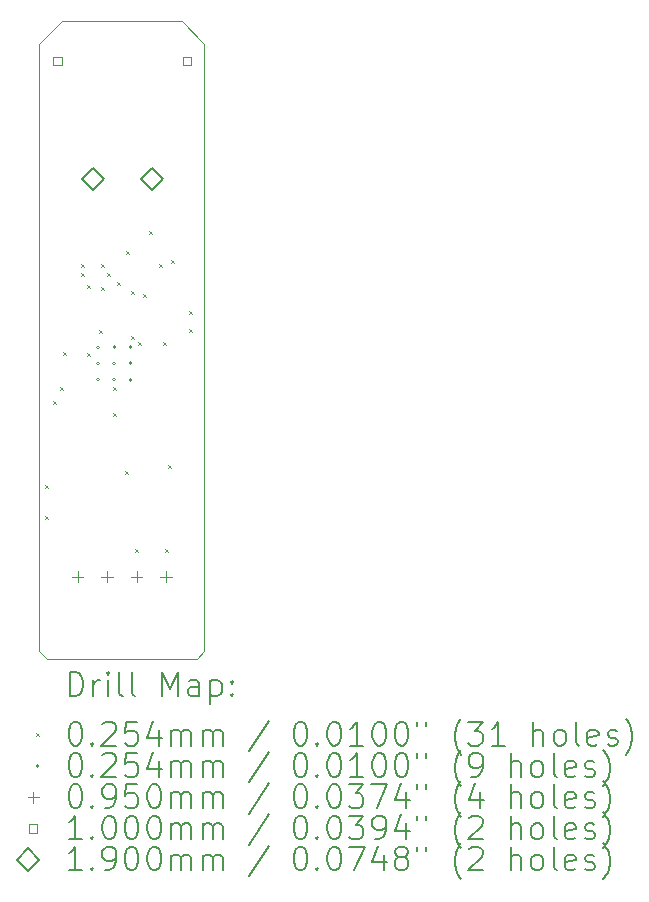
<source format=gbr>
%TF.GenerationSoftware,KiCad,Pcbnew,9.0.0*%
%TF.CreationDate,2025-04-09T23:47:23-07:00*%
%TF.ProjectId,RP2350_60QFN_minimal,52503233-3530-45f3-9630-51464e5f6d69,rev?*%
%TF.SameCoordinates,Original*%
%TF.FileFunction,Drillmap*%
%TF.FilePolarity,Positive*%
%FSLAX45Y45*%
G04 Gerber Fmt 4.5, Leading zero omitted, Abs format (unit mm)*
G04 Created by KiCad (PCBNEW 9.0.0) date 2025-04-09 23:47:23*
%MOMM*%
%LPD*%
G01*
G04 APERTURE LIST*
%ADD10C,0.050000*%
%ADD11C,0.200000*%
%ADD12C,0.100000*%
%ADD13C,0.190000*%
G04 APERTURE END LIST*
D10*
X2984500Y-1905000D02*
X2984500Y-7048500D01*
X2921000Y-7112000D01*
X1651000Y-7112000D01*
X1587500Y-7048500D01*
X1587500Y-1905000D01*
X1778000Y-1714500D01*
X2794000Y-1714500D01*
X2984500Y-1905000D01*
D11*
D12*
X1638300Y-5638250D02*
X1663700Y-5663650D01*
X1663700Y-5638250D02*
X1638300Y-5663650D01*
X1638300Y-5905500D02*
X1663700Y-5930900D01*
X1663700Y-5905500D02*
X1638300Y-5930900D01*
X1701800Y-4927600D02*
X1727200Y-4953000D01*
X1727200Y-4927600D02*
X1701800Y-4953000D01*
X1765300Y-4813675D02*
X1790700Y-4839075D01*
X1790700Y-4813675D02*
X1765300Y-4839075D01*
X1790700Y-4517400D02*
X1816100Y-4542800D01*
X1816100Y-4517400D02*
X1790700Y-4542800D01*
X1943042Y-3771900D02*
X1968442Y-3797300D01*
X1968442Y-3771900D02*
X1943042Y-3797300D01*
X1943100Y-3848100D02*
X1968500Y-3873500D01*
X1968500Y-3848100D02*
X1943100Y-3873500D01*
X1993900Y-3949700D02*
X2019300Y-3975100D01*
X2019300Y-3949700D02*
X1993900Y-3975100D01*
X1993900Y-4521200D02*
X2019300Y-4546600D01*
X2019300Y-4521200D02*
X1993900Y-4546600D01*
X2095500Y-4330700D02*
X2120900Y-4356100D01*
X2120900Y-4330700D02*
X2095500Y-4356100D01*
X2108200Y-3771900D02*
X2133600Y-3797300D01*
X2133600Y-3771900D02*
X2108200Y-3797300D01*
X2108200Y-3962400D02*
X2133600Y-3987800D01*
X2133600Y-3962400D02*
X2108200Y-3987800D01*
X2159000Y-3848100D02*
X2184400Y-3873500D01*
X2184400Y-3848100D02*
X2159000Y-3873500D01*
X2209800Y-4813300D02*
X2235200Y-4838700D01*
X2235200Y-4813300D02*
X2209800Y-4838700D01*
X2209800Y-5029200D02*
X2235200Y-5054600D01*
X2235200Y-5029200D02*
X2209800Y-5054600D01*
X2247900Y-3924300D02*
X2273300Y-3949700D01*
X2273300Y-3924300D02*
X2247900Y-3949700D01*
X2311400Y-5524500D02*
X2336800Y-5549900D01*
X2336800Y-5524500D02*
X2311400Y-5549900D01*
X2324100Y-3657600D02*
X2349500Y-3683000D01*
X2349500Y-3657600D02*
X2324100Y-3683000D01*
X2361500Y-4000500D02*
X2386900Y-4025900D01*
X2386900Y-4000500D02*
X2361500Y-4025900D01*
X2362200Y-4381500D02*
X2387600Y-4406900D01*
X2387600Y-4381500D02*
X2362200Y-4406900D01*
X2400300Y-6184900D02*
X2425700Y-6210300D01*
X2425700Y-6184900D02*
X2400300Y-6210300D01*
X2425700Y-4432300D02*
X2451100Y-4457700D01*
X2451100Y-4432300D02*
X2425700Y-4457700D01*
X2463800Y-4024300D02*
X2489200Y-4049700D01*
X2489200Y-4024300D02*
X2463800Y-4049700D01*
X2518200Y-3492500D02*
X2543600Y-3517900D01*
X2543600Y-3492500D02*
X2518200Y-3517900D01*
X2603500Y-3771900D02*
X2628900Y-3797300D01*
X2628900Y-3771900D02*
X2603500Y-3797300D01*
X2638425Y-4432300D02*
X2663825Y-4457700D01*
X2663825Y-4432300D02*
X2638425Y-4457700D01*
X2654300Y-6184900D02*
X2679700Y-6210300D01*
X2679700Y-6184900D02*
X2654300Y-6210300D01*
X2679700Y-5473700D02*
X2705100Y-5499100D01*
X2705100Y-5473700D02*
X2679700Y-5499100D01*
X2705100Y-3733800D02*
X2730500Y-3759200D01*
X2730500Y-3733800D02*
X2705100Y-3759200D01*
X2857500Y-4165600D02*
X2882900Y-4191000D01*
X2882900Y-4165600D02*
X2857500Y-4191000D01*
X2857500Y-4318000D02*
X2882900Y-4343400D01*
X2882900Y-4318000D02*
X2857500Y-4343400D01*
X2097700Y-4472600D02*
G75*
G02*
X2072300Y-4472600I-12700J0D01*
G01*
X2072300Y-4472600D02*
G75*
G02*
X2097700Y-4472600I12700J0D01*
G01*
X2097700Y-4610100D02*
G75*
G02*
X2072300Y-4610100I-12700J0D01*
G01*
X2072300Y-4610100D02*
G75*
G02*
X2097700Y-4610100I12700J0D01*
G01*
X2097700Y-4747600D02*
G75*
G02*
X2072300Y-4747600I-12700J0D01*
G01*
X2072300Y-4747600D02*
G75*
G02*
X2097700Y-4747600I12700J0D01*
G01*
X2235200Y-4472600D02*
G75*
G02*
X2209800Y-4472600I-12700J0D01*
G01*
X2209800Y-4472600D02*
G75*
G02*
X2235200Y-4472600I12700J0D01*
G01*
X2235200Y-4610100D02*
G75*
G02*
X2209800Y-4610100I-12700J0D01*
G01*
X2209800Y-4610100D02*
G75*
G02*
X2235200Y-4610100I12700J0D01*
G01*
X2235200Y-4747600D02*
G75*
G02*
X2209800Y-4747600I-12700J0D01*
G01*
X2209800Y-4747600D02*
G75*
G02*
X2235200Y-4747600I12700J0D01*
G01*
X2372700Y-4472600D02*
G75*
G02*
X2347300Y-4472600I-12700J0D01*
G01*
X2347300Y-4472600D02*
G75*
G02*
X2372700Y-4472600I12700J0D01*
G01*
X2372700Y-4610100D02*
G75*
G02*
X2347300Y-4610100I-12700J0D01*
G01*
X2347300Y-4610100D02*
G75*
G02*
X2372700Y-4610100I12700J0D01*
G01*
X2372700Y-4747600D02*
G75*
G02*
X2347300Y-4747600I-12700J0D01*
G01*
X2347300Y-4747600D02*
G75*
G02*
X2372700Y-4747600I12700J0D01*
G01*
X1911000Y-6366750D02*
X1911000Y-6461750D01*
X1863500Y-6414250D02*
X1958500Y-6414250D01*
X2161000Y-6366750D02*
X2161000Y-6461750D01*
X2113500Y-6414250D02*
X2208500Y-6414250D01*
X2411000Y-6366750D02*
X2411000Y-6461750D01*
X2363500Y-6414250D02*
X2458500Y-6414250D01*
X2661000Y-6366750D02*
X2661000Y-6461750D01*
X2613500Y-6414250D02*
X2708500Y-6414250D01*
X1775356Y-2083356D02*
X1775356Y-2012644D01*
X1704644Y-2012644D01*
X1704644Y-2083356D01*
X1775356Y-2083356D01*
X2875356Y-2083356D02*
X2875356Y-2012644D01*
X2804644Y-2012644D01*
X2804644Y-2083356D01*
X2875356Y-2083356D01*
D13*
X2040000Y-3143000D02*
X2135000Y-3048000D01*
X2040000Y-2953000D01*
X1945000Y-3048000D01*
X2040000Y-3143000D01*
X2540000Y-3143000D02*
X2635000Y-3048000D01*
X2540000Y-2953000D01*
X2445000Y-3048000D01*
X2540000Y-3143000D01*
D11*
X1845777Y-7425984D02*
X1845777Y-7225984D01*
X1845777Y-7225984D02*
X1893396Y-7225984D01*
X1893396Y-7225984D02*
X1921967Y-7235508D01*
X1921967Y-7235508D02*
X1941015Y-7254555D01*
X1941015Y-7254555D02*
X1950539Y-7273603D01*
X1950539Y-7273603D02*
X1960062Y-7311698D01*
X1960062Y-7311698D02*
X1960062Y-7340269D01*
X1960062Y-7340269D02*
X1950539Y-7378365D01*
X1950539Y-7378365D02*
X1941015Y-7397412D01*
X1941015Y-7397412D02*
X1921967Y-7416460D01*
X1921967Y-7416460D02*
X1893396Y-7425984D01*
X1893396Y-7425984D02*
X1845777Y-7425984D01*
X2045777Y-7425984D02*
X2045777Y-7292650D01*
X2045777Y-7330746D02*
X2055301Y-7311698D01*
X2055301Y-7311698D02*
X2064824Y-7302174D01*
X2064824Y-7302174D02*
X2083872Y-7292650D01*
X2083872Y-7292650D02*
X2102920Y-7292650D01*
X2169586Y-7425984D02*
X2169586Y-7292650D01*
X2169586Y-7225984D02*
X2160063Y-7235508D01*
X2160063Y-7235508D02*
X2169586Y-7245031D01*
X2169586Y-7245031D02*
X2179110Y-7235508D01*
X2179110Y-7235508D02*
X2169586Y-7225984D01*
X2169586Y-7225984D02*
X2169586Y-7245031D01*
X2293396Y-7425984D02*
X2274348Y-7416460D01*
X2274348Y-7416460D02*
X2264824Y-7397412D01*
X2264824Y-7397412D02*
X2264824Y-7225984D01*
X2398158Y-7425984D02*
X2379110Y-7416460D01*
X2379110Y-7416460D02*
X2369586Y-7397412D01*
X2369586Y-7397412D02*
X2369586Y-7225984D01*
X2626729Y-7425984D02*
X2626729Y-7225984D01*
X2626729Y-7225984D02*
X2693396Y-7368841D01*
X2693396Y-7368841D02*
X2760063Y-7225984D01*
X2760063Y-7225984D02*
X2760063Y-7425984D01*
X2941015Y-7425984D02*
X2941015Y-7321222D01*
X2941015Y-7321222D02*
X2931491Y-7302174D01*
X2931491Y-7302174D02*
X2912443Y-7292650D01*
X2912443Y-7292650D02*
X2874348Y-7292650D01*
X2874348Y-7292650D02*
X2855301Y-7302174D01*
X2941015Y-7416460D02*
X2921967Y-7425984D01*
X2921967Y-7425984D02*
X2874348Y-7425984D01*
X2874348Y-7425984D02*
X2855301Y-7416460D01*
X2855301Y-7416460D02*
X2845777Y-7397412D01*
X2845777Y-7397412D02*
X2845777Y-7378365D01*
X2845777Y-7378365D02*
X2855301Y-7359317D01*
X2855301Y-7359317D02*
X2874348Y-7349793D01*
X2874348Y-7349793D02*
X2921967Y-7349793D01*
X2921967Y-7349793D02*
X2941015Y-7340269D01*
X3036253Y-7292650D02*
X3036253Y-7492650D01*
X3036253Y-7302174D02*
X3055301Y-7292650D01*
X3055301Y-7292650D02*
X3093396Y-7292650D01*
X3093396Y-7292650D02*
X3112443Y-7302174D01*
X3112443Y-7302174D02*
X3121967Y-7311698D01*
X3121967Y-7311698D02*
X3131491Y-7330746D01*
X3131491Y-7330746D02*
X3131491Y-7387888D01*
X3131491Y-7387888D02*
X3121967Y-7406936D01*
X3121967Y-7406936D02*
X3112443Y-7416460D01*
X3112443Y-7416460D02*
X3093396Y-7425984D01*
X3093396Y-7425984D02*
X3055301Y-7425984D01*
X3055301Y-7425984D02*
X3036253Y-7416460D01*
X3217205Y-7406936D02*
X3226729Y-7416460D01*
X3226729Y-7416460D02*
X3217205Y-7425984D01*
X3217205Y-7425984D02*
X3207682Y-7416460D01*
X3207682Y-7416460D02*
X3217205Y-7406936D01*
X3217205Y-7406936D02*
X3217205Y-7425984D01*
X3217205Y-7302174D02*
X3226729Y-7311698D01*
X3226729Y-7311698D02*
X3217205Y-7321222D01*
X3217205Y-7321222D02*
X3207682Y-7311698D01*
X3207682Y-7311698D02*
X3217205Y-7302174D01*
X3217205Y-7302174D02*
X3217205Y-7321222D01*
D12*
X1559600Y-7741800D02*
X1585000Y-7767200D01*
X1585000Y-7741800D02*
X1559600Y-7767200D01*
D11*
X1883872Y-7645984D02*
X1902920Y-7645984D01*
X1902920Y-7645984D02*
X1921967Y-7655508D01*
X1921967Y-7655508D02*
X1931491Y-7665031D01*
X1931491Y-7665031D02*
X1941015Y-7684079D01*
X1941015Y-7684079D02*
X1950539Y-7722174D01*
X1950539Y-7722174D02*
X1950539Y-7769793D01*
X1950539Y-7769793D02*
X1941015Y-7807888D01*
X1941015Y-7807888D02*
X1931491Y-7826936D01*
X1931491Y-7826936D02*
X1921967Y-7836460D01*
X1921967Y-7836460D02*
X1902920Y-7845984D01*
X1902920Y-7845984D02*
X1883872Y-7845984D01*
X1883872Y-7845984D02*
X1864824Y-7836460D01*
X1864824Y-7836460D02*
X1855301Y-7826936D01*
X1855301Y-7826936D02*
X1845777Y-7807888D01*
X1845777Y-7807888D02*
X1836253Y-7769793D01*
X1836253Y-7769793D02*
X1836253Y-7722174D01*
X1836253Y-7722174D02*
X1845777Y-7684079D01*
X1845777Y-7684079D02*
X1855301Y-7665031D01*
X1855301Y-7665031D02*
X1864824Y-7655508D01*
X1864824Y-7655508D02*
X1883872Y-7645984D01*
X2036253Y-7826936D02*
X2045777Y-7836460D01*
X2045777Y-7836460D02*
X2036253Y-7845984D01*
X2036253Y-7845984D02*
X2026729Y-7836460D01*
X2026729Y-7836460D02*
X2036253Y-7826936D01*
X2036253Y-7826936D02*
X2036253Y-7845984D01*
X2121967Y-7665031D02*
X2131491Y-7655508D01*
X2131491Y-7655508D02*
X2150539Y-7645984D01*
X2150539Y-7645984D02*
X2198158Y-7645984D01*
X2198158Y-7645984D02*
X2217205Y-7655508D01*
X2217205Y-7655508D02*
X2226729Y-7665031D01*
X2226729Y-7665031D02*
X2236253Y-7684079D01*
X2236253Y-7684079D02*
X2236253Y-7703127D01*
X2236253Y-7703127D02*
X2226729Y-7731698D01*
X2226729Y-7731698D02*
X2112444Y-7845984D01*
X2112444Y-7845984D02*
X2236253Y-7845984D01*
X2417205Y-7645984D02*
X2321967Y-7645984D01*
X2321967Y-7645984D02*
X2312444Y-7741222D01*
X2312444Y-7741222D02*
X2321967Y-7731698D01*
X2321967Y-7731698D02*
X2341015Y-7722174D01*
X2341015Y-7722174D02*
X2388634Y-7722174D01*
X2388634Y-7722174D02*
X2407682Y-7731698D01*
X2407682Y-7731698D02*
X2417205Y-7741222D01*
X2417205Y-7741222D02*
X2426729Y-7760269D01*
X2426729Y-7760269D02*
X2426729Y-7807888D01*
X2426729Y-7807888D02*
X2417205Y-7826936D01*
X2417205Y-7826936D02*
X2407682Y-7836460D01*
X2407682Y-7836460D02*
X2388634Y-7845984D01*
X2388634Y-7845984D02*
X2341015Y-7845984D01*
X2341015Y-7845984D02*
X2321967Y-7836460D01*
X2321967Y-7836460D02*
X2312444Y-7826936D01*
X2598158Y-7712650D02*
X2598158Y-7845984D01*
X2550539Y-7636460D02*
X2502920Y-7779317D01*
X2502920Y-7779317D02*
X2626729Y-7779317D01*
X2702920Y-7845984D02*
X2702920Y-7712650D01*
X2702920Y-7731698D02*
X2712444Y-7722174D01*
X2712444Y-7722174D02*
X2731491Y-7712650D01*
X2731491Y-7712650D02*
X2760063Y-7712650D01*
X2760063Y-7712650D02*
X2779110Y-7722174D01*
X2779110Y-7722174D02*
X2788634Y-7741222D01*
X2788634Y-7741222D02*
X2788634Y-7845984D01*
X2788634Y-7741222D02*
X2798158Y-7722174D01*
X2798158Y-7722174D02*
X2817205Y-7712650D01*
X2817205Y-7712650D02*
X2845777Y-7712650D01*
X2845777Y-7712650D02*
X2864824Y-7722174D01*
X2864824Y-7722174D02*
X2874348Y-7741222D01*
X2874348Y-7741222D02*
X2874348Y-7845984D01*
X2969586Y-7845984D02*
X2969586Y-7712650D01*
X2969586Y-7731698D02*
X2979110Y-7722174D01*
X2979110Y-7722174D02*
X2998158Y-7712650D01*
X2998158Y-7712650D02*
X3026729Y-7712650D01*
X3026729Y-7712650D02*
X3045777Y-7722174D01*
X3045777Y-7722174D02*
X3055301Y-7741222D01*
X3055301Y-7741222D02*
X3055301Y-7845984D01*
X3055301Y-7741222D02*
X3064824Y-7722174D01*
X3064824Y-7722174D02*
X3083872Y-7712650D01*
X3083872Y-7712650D02*
X3112443Y-7712650D01*
X3112443Y-7712650D02*
X3131491Y-7722174D01*
X3131491Y-7722174D02*
X3141015Y-7741222D01*
X3141015Y-7741222D02*
X3141015Y-7845984D01*
X3531491Y-7636460D02*
X3360063Y-7893603D01*
X3788634Y-7645984D02*
X3807682Y-7645984D01*
X3807682Y-7645984D02*
X3826729Y-7655508D01*
X3826729Y-7655508D02*
X3836253Y-7665031D01*
X3836253Y-7665031D02*
X3845777Y-7684079D01*
X3845777Y-7684079D02*
X3855301Y-7722174D01*
X3855301Y-7722174D02*
X3855301Y-7769793D01*
X3855301Y-7769793D02*
X3845777Y-7807888D01*
X3845777Y-7807888D02*
X3836253Y-7826936D01*
X3836253Y-7826936D02*
X3826729Y-7836460D01*
X3826729Y-7836460D02*
X3807682Y-7845984D01*
X3807682Y-7845984D02*
X3788634Y-7845984D01*
X3788634Y-7845984D02*
X3769586Y-7836460D01*
X3769586Y-7836460D02*
X3760063Y-7826936D01*
X3760063Y-7826936D02*
X3750539Y-7807888D01*
X3750539Y-7807888D02*
X3741015Y-7769793D01*
X3741015Y-7769793D02*
X3741015Y-7722174D01*
X3741015Y-7722174D02*
X3750539Y-7684079D01*
X3750539Y-7684079D02*
X3760063Y-7665031D01*
X3760063Y-7665031D02*
X3769586Y-7655508D01*
X3769586Y-7655508D02*
X3788634Y-7645984D01*
X3941015Y-7826936D02*
X3950539Y-7836460D01*
X3950539Y-7836460D02*
X3941015Y-7845984D01*
X3941015Y-7845984D02*
X3931491Y-7836460D01*
X3931491Y-7836460D02*
X3941015Y-7826936D01*
X3941015Y-7826936D02*
X3941015Y-7845984D01*
X4074348Y-7645984D02*
X4093396Y-7645984D01*
X4093396Y-7645984D02*
X4112444Y-7655508D01*
X4112444Y-7655508D02*
X4121967Y-7665031D01*
X4121967Y-7665031D02*
X4131491Y-7684079D01*
X4131491Y-7684079D02*
X4141015Y-7722174D01*
X4141015Y-7722174D02*
X4141015Y-7769793D01*
X4141015Y-7769793D02*
X4131491Y-7807888D01*
X4131491Y-7807888D02*
X4121967Y-7826936D01*
X4121967Y-7826936D02*
X4112444Y-7836460D01*
X4112444Y-7836460D02*
X4093396Y-7845984D01*
X4093396Y-7845984D02*
X4074348Y-7845984D01*
X4074348Y-7845984D02*
X4055301Y-7836460D01*
X4055301Y-7836460D02*
X4045777Y-7826936D01*
X4045777Y-7826936D02*
X4036253Y-7807888D01*
X4036253Y-7807888D02*
X4026729Y-7769793D01*
X4026729Y-7769793D02*
X4026729Y-7722174D01*
X4026729Y-7722174D02*
X4036253Y-7684079D01*
X4036253Y-7684079D02*
X4045777Y-7665031D01*
X4045777Y-7665031D02*
X4055301Y-7655508D01*
X4055301Y-7655508D02*
X4074348Y-7645984D01*
X4331491Y-7845984D02*
X4217206Y-7845984D01*
X4274348Y-7845984D02*
X4274348Y-7645984D01*
X4274348Y-7645984D02*
X4255301Y-7674555D01*
X4255301Y-7674555D02*
X4236253Y-7693603D01*
X4236253Y-7693603D02*
X4217206Y-7703127D01*
X4455301Y-7645984D02*
X4474349Y-7645984D01*
X4474349Y-7645984D02*
X4493396Y-7655508D01*
X4493396Y-7655508D02*
X4502920Y-7665031D01*
X4502920Y-7665031D02*
X4512444Y-7684079D01*
X4512444Y-7684079D02*
X4521968Y-7722174D01*
X4521968Y-7722174D02*
X4521968Y-7769793D01*
X4521968Y-7769793D02*
X4512444Y-7807888D01*
X4512444Y-7807888D02*
X4502920Y-7826936D01*
X4502920Y-7826936D02*
X4493396Y-7836460D01*
X4493396Y-7836460D02*
X4474349Y-7845984D01*
X4474349Y-7845984D02*
X4455301Y-7845984D01*
X4455301Y-7845984D02*
X4436253Y-7836460D01*
X4436253Y-7836460D02*
X4426729Y-7826936D01*
X4426729Y-7826936D02*
X4417206Y-7807888D01*
X4417206Y-7807888D02*
X4407682Y-7769793D01*
X4407682Y-7769793D02*
X4407682Y-7722174D01*
X4407682Y-7722174D02*
X4417206Y-7684079D01*
X4417206Y-7684079D02*
X4426729Y-7665031D01*
X4426729Y-7665031D02*
X4436253Y-7655508D01*
X4436253Y-7655508D02*
X4455301Y-7645984D01*
X4645777Y-7645984D02*
X4664825Y-7645984D01*
X4664825Y-7645984D02*
X4683872Y-7655508D01*
X4683872Y-7655508D02*
X4693396Y-7665031D01*
X4693396Y-7665031D02*
X4702920Y-7684079D01*
X4702920Y-7684079D02*
X4712444Y-7722174D01*
X4712444Y-7722174D02*
X4712444Y-7769793D01*
X4712444Y-7769793D02*
X4702920Y-7807888D01*
X4702920Y-7807888D02*
X4693396Y-7826936D01*
X4693396Y-7826936D02*
X4683872Y-7836460D01*
X4683872Y-7836460D02*
X4664825Y-7845984D01*
X4664825Y-7845984D02*
X4645777Y-7845984D01*
X4645777Y-7845984D02*
X4626729Y-7836460D01*
X4626729Y-7836460D02*
X4617206Y-7826936D01*
X4617206Y-7826936D02*
X4607682Y-7807888D01*
X4607682Y-7807888D02*
X4598158Y-7769793D01*
X4598158Y-7769793D02*
X4598158Y-7722174D01*
X4598158Y-7722174D02*
X4607682Y-7684079D01*
X4607682Y-7684079D02*
X4617206Y-7665031D01*
X4617206Y-7665031D02*
X4626729Y-7655508D01*
X4626729Y-7655508D02*
X4645777Y-7645984D01*
X4788634Y-7645984D02*
X4788634Y-7684079D01*
X4864825Y-7645984D02*
X4864825Y-7684079D01*
X5160063Y-7922174D02*
X5150539Y-7912650D01*
X5150539Y-7912650D02*
X5131491Y-7884079D01*
X5131491Y-7884079D02*
X5121968Y-7865031D01*
X5121968Y-7865031D02*
X5112444Y-7836460D01*
X5112444Y-7836460D02*
X5102920Y-7788841D01*
X5102920Y-7788841D02*
X5102920Y-7750746D01*
X5102920Y-7750746D02*
X5112444Y-7703127D01*
X5112444Y-7703127D02*
X5121968Y-7674555D01*
X5121968Y-7674555D02*
X5131491Y-7655508D01*
X5131491Y-7655508D02*
X5150539Y-7626936D01*
X5150539Y-7626936D02*
X5160063Y-7617412D01*
X5217206Y-7645984D02*
X5341015Y-7645984D01*
X5341015Y-7645984D02*
X5274349Y-7722174D01*
X5274349Y-7722174D02*
X5302920Y-7722174D01*
X5302920Y-7722174D02*
X5321968Y-7731698D01*
X5321968Y-7731698D02*
X5331491Y-7741222D01*
X5331491Y-7741222D02*
X5341015Y-7760269D01*
X5341015Y-7760269D02*
X5341015Y-7807888D01*
X5341015Y-7807888D02*
X5331491Y-7826936D01*
X5331491Y-7826936D02*
X5321968Y-7836460D01*
X5321968Y-7836460D02*
X5302920Y-7845984D01*
X5302920Y-7845984D02*
X5245777Y-7845984D01*
X5245777Y-7845984D02*
X5226730Y-7836460D01*
X5226730Y-7836460D02*
X5217206Y-7826936D01*
X5531491Y-7845984D02*
X5417206Y-7845984D01*
X5474349Y-7845984D02*
X5474349Y-7645984D01*
X5474349Y-7645984D02*
X5455301Y-7674555D01*
X5455301Y-7674555D02*
X5436253Y-7693603D01*
X5436253Y-7693603D02*
X5417206Y-7703127D01*
X5769587Y-7845984D02*
X5769587Y-7645984D01*
X5855301Y-7845984D02*
X5855301Y-7741222D01*
X5855301Y-7741222D02*
X5845777Y-7722174D01*
X5845777Y-7722174D02*
X5826730Y-7712650D01*
X5826730Y-7712650D02*
X5798158Y-7712650D01*
X5798158Y-7712650D02*
X5779110Y-7722174D01*
X5779110Y-7722174D02*
X5769587Y-7731698D01*
X5979110Y-7845984D02*
X5960063Y-7836460D01*
X5960063Y-7836460D02*
X5950539Y-7826936D01*
X5950539Y-7826936D02*
X5941015Y-7807888D01*
X5941015Y-7807888D02*
X5941015Y-7750746D01*
X5941015Y-7750746D02*
X5950539Y-7731698D01*
X5950539Y-7731698D02*
X5960063Y-7722174D01*
X5960063Y-7722174D02*
X5979110Y-7712650D01*
X5979110Y-7712650D02*
X6007682Y-7712650D01*
X6007682Y-7712650D02*
X6026730Y-7722174D01*
X6026730Y-7722174D02*
X6036253Y-7731698D01*
X6036253Y-7731698D02*
X6045777Y-7750746D01*
X6045777Y-7750746D02*
X6045777Y-7807888D01*
X6045777Y-7807888D02*
X6036253Y-7826936D01*
X6036253Y-7826936D02*
X6026730Y-7836460D01*
X6026730Y-7836460D02*
X6007682Y-7845984D01*
X6007682Y-7845984D02*
X5979110Y-7845984D01*
X6160063Y-7845984D02*
X6141015Y-7836460D01*
X6141015Y-7836460D02*
X6131491Y-7817412D01*
X6131491Y-7817412D02*
X6131491Y-7645984D01*
X6312444Y-7836460D02*
X6293396Y-7845984D01*
X6293396Y-7845984D02*
X6255301Y-7845984D01*
X6255301Y-7845984D02*
X6236253Y-7836460D01*
X6236253Y-7836460D02*
X6226730Y-7817412D01*
X6226730Y-7817412D02*
X6226730Y-7741222D01*
X6226730Y-7741222D02*
X6236253Y-7722174D01*
X6236253Y-7722174D02*
X6255301Y-7712650D01*
X6255301Y-7712650D02*
X6293396Y-7712650D01*
X6293396Y-7712650D02*
X6312444Y-7722174D01*
X6312444Y-7722174D02*
X6321968Y-7741222D01*
X6321968Y-7741222D02*
X6321968Y-7760269D01*
X6321968Y-7760269D02*
X6226730Y-7779317D01*
X6398158Y-7836460D02*
X6417206Y-7845984D01*
X6417206Y-7845984D02*
X6455301Y-7845984D01*
X6455301Y-7845984D02*
X6474349Y-7836460D01*
X6474349Y-7836460D02*
X6483872Y-7817412D01*
X6483872Y-7817412D02*
X6483872Y-7807888D01*
X6483872Y-7807888D02*
X6474349Y-7788841D01*
X6474349Y-7788841D02*
X6455301Y-7779317D01*
X6455301Y-7779317D02*
X6426730Y-7779317D01*
X6426730Y-7779317D02*
X6407682Y-7769793D01*
X6407682Y-7769793D02*
X6398158Y-7750746D01*
X6398158Y-7750746D02*
X6398158Y-7741222D01*
X6398158Y-7741222D02*
X6407682Y-7722174D01*
X6407682Y-7722174D02*
X6426730Y-7712650D01*
X6426730Y-7712650D02*
X6455301Y-7712650D01*
X6455301Y-7712650D02*
X6474349Y-7722174D01*
X6550539Y-7922174D02*
X6560063Y-7912650D01*
X6560063Y-7912650D02*
X6579111Y-7884079D01*
X6579111Y-7884079D02*
X6588634Y-7865031D01*
X6588634Y-7865031D02*
X6598158Y-7836460D01*
X6598158Y-7836460D02*
X6607682Y-7788841D01*
X6607682Y-7788841D02*
X6607682Y-7750746D01*
X6607682Y-7750746D02*
X6598158Y-7703127D01*
X6598158Y-7703127D02*
X6588634Y-7674555D01*
X6588634Y-7674555D02*
X6579111Y-7655508D01*
X6579111Y-7655508D02*
X6560063Y-7626936D01*
X6560063Y-7626936D02*
X6550539Y-7617412D01*
D12*
X1585000Y-8018500D02*
G75*
G02*
X1559600Y-8018500I-12700J0D01*
G01*
X1559600Y-8018500D02*
G75*
G02*
X1585000Y-8018500I12700J0D01*
G01*
D11*
X1883872Y-7909984D02*
X1902920Y-7909984D01*
X1902920Y-7909984D02*
X1921967Y-7919508D01*
X1921967Y-7919508D02*
X1931491Y-7929031D01*
X1931491Y-7929031D02*
X1941015Y-7948079D01*
X1941015Y-7948079D02*
X1950539Y-7986174D01*
X1950539Y-7986174D02*
X1950539Y-8033793D01*
X1950539Y-8033793D02*
X1941015Y-8071888D01*
X1941015Y-8071888D02*
X1931491Y-8090936D01*
X1931491Y-8090936D02*
X1921967Y-8100460D01*
X1921967Y-8100460D02*
X1902920Y-8109984D01*
X1902920Y-8109984D02*
X1883872Y-8109984D01*
X1883872Y-8109984D02*
X1864824Y-8100460D01*
X1864824Y-8100460D02*
X1855301Y-8090936D01*
X1855301Y-8090936D02*
X1845777Y-8071888D01*
X1845777Y-8071888D02*
X1836253Y-8033793D01*
X1836253Y-8033793D02*
X1836253Y-7986174D01*
X1836253Y-7986174D02*
X1845777Y-7948079D01*
X1845777Y-7948079D02*
X1855301Y-7929031D01*
X1855301Y-7929031D02*
X1864824Y-7919508D01*
X1864824Y-7919508D02*
X1883872Y-7909984D01*
X2036253Y-8090936D02*
X2045777Y-8100460D01*
X2045777Y-8100460D02*
X2036253Y-8109984D01*
X2036253Y-8109984D02*
X2026729Y-8100460D01*
X2026729Y-8100460D02*
X2036253Y-8090936D01*
X2036253Y-8090936D02*
X2036253Y-8109984D01*
X2121967Y-7929031D02*
X2131491Y-7919508D01*
X2131491Y-7919508D02*
X2150539Y-7909984D01*
X2150539Y-7909984D02*
X2198158Y-7909984D01*
X2198158Y-7909984D02*
X2217205Y-7919508D01*
X2217205Y-7919508D02*
X2226729Y-7929031D01*
X2226729Y-7929031D02*
X2236253Y-7948079D01*
X2236253Y-7948079D02*
X2236253Y-7967127D01*
X2236253Y-7967127D02*
X2226729Y-7995698D01*
X2226729Y-7995698D02*
X2112444Y-8109984D01*
X2112444Y-8109984D02*
X2236253Y-8109984D01*
X2417205Y-7909984D02*
X2321967Y-7909984D01*
X2321967Y-7909984D02*
X2312444Y-8005222D01*
X2312444Y-8005222D02*
X2321967Y-7995698D01*
X2321967Y-7995698D02*
X2341015Y-7986174D01*
X2341015Y-7986174D02*
X2388634Y-7986174D01*
X2388634Y-7986174D02*
X2407682Y-7995698D01*
X2407682Y-7995698D02*
X2417205Y-8005222D01*
X2417205Y-8005222D02*
X2426729Y-8024269D01*
X2426729Y-8024269D02*
X2426729Y-8071888D01*
X2426729Y-8071888D02*
X2417205Y-8090936D01*
X2417205Y-8090936D02*
X2407682Y-8100460D01*
X2407682Y-8100460D02*
X2388634Y-8109984D01*
X2388634Y-8109984D02*
X2341015Y-8109984D01*
X2341015Y-8109984D02*
X2321967Y-8100460D01*
X2321967Y-8100460D02*
X2312444Y-8090936D01*
X2598158Y-7976650D02*
X2598158Y-8109984D01*
X2550539Y-7900460D02*
X2502920Y-8043317D01*
X2502920Y-8043317D02*
X2626729Y-8043317D01*
X2702920Y-8109984D02*
X2702920Y-7976650D01*
X2702920Y-7995698D02*
X2712444Y-7986174D01*
X2712444Y-7986174D02*
X2731491Y-7976650D01*
X2731491Y-7976650D02*
X2760063Y-7976650D01*
X2760063Y-7976650D02*
X2779110Y-7986174D01*
X2779110Y-7986174D02*
X2788634Y-8005222D01*
X2788634Y-8005222D02*
X2788634Y-8109984D01*
X2788634Y-8005222D02*
X2798158Y-7986174D01*
X2798158Y-7986174D02*
X2817205Y-7976650D01*
X2817205Y-7976650D02*
X2845777Y-7976650D01*
X2845777Y-7976650D02*
X2864824Y-7986174D01*
X2864824Y-7986174D02*
X2874348Y-8005222D01*
X2874348Y-8005222D02*
X2874348Y-8109984D01*
X2969586Y-8109984D02*
X2969586Y-7976650D01*
X2969586Y-7995698D02*
X2979110Y-7986174D01*
X2979110Y-7986174D02*
X2998158Y-7976650D01*
X2998158Y-7976650D02*
X3026729Y-7976650D01*
X3026729Y-7976650D02*
X3045777Y-7986174D01*
X3045777Y-7986174D02*
X3055301Y-8005222D01*
X3055301Y-8005222D02*
X3055301Y-8109984D01*
X3055301Y-8005222D02*
X3064824Y-7986174D01*
X3064824Y-7986174D02*
X3083872Y-7976650D01*
X3083872Y-7976650D02*
X3112443Y-7976650D01*
X3112443Y-7976650D02*
X3131491Y-7986174D01*
X3131491Y-7986174D02*
X3141015Y-8005222D01*
X3141015Y-8005222D02*
X3141015Y-8109984D01*
X3531491Y-7900460D02*
X3360063Y-8157603D01*
X3788634Y-7909984D02*
X3807682Y-7909984D01*
X3807682Y-7909984D02*
X3826729Y-7919508D01*
X3826729Y-7919508D02*
X3836253Y-7929031D01*
X3836253Y-7929031D02*
X3845777Y-7948079D01*
X3845777Y-7948079D02*
X3855301Y-7986174D01*
X3855301Y-7986174D02*
X3855301Y-8033793D01*
X3855301Y-8033793D02*
X3845777Y-8071888D01*
X3845777Y-8071888D02*
X3836253Y-8090936D01*
X3836253Y-8090936D02*
X3826729Y-8100460D01*
X3826729Y-8100460D02*
X3807682Y-8109984D01*
X3807682Y-8109984D02*
X3788634Y-8109984D01*
X3788634Y-8109984D02*
X3769586Y-8100460D01*
X3769586Y-8100460D02*
X3760063Y-8090936D01*
X3760063Y-8090936D02*
X3750539Y-8071888D01*
X3750539Y-8071888D02*
X3741015Y-8033793D01*
X3741015Y-8033793D02*
X3741015Y-7986174D01*
X3741015Y-7986174D02*
X3750539Y-7948079D01*
X3750539Y-7948079D02*
X3760063Y-7929031D01*
X3760063Y-7929031D02*
X3769586Y-7919508D01*
X3769586Y-7919508D02*
X3788634Y-7909984D01*
X3941015Y-8090936D02*
X3950539Y-8100460D01*
X3950539Y-8100460D02*
X3941015Y-8109984D01*
X3941015Y-8109984D02*
X3931491Y-8100460D01*
X3931491Y-8100460D02*
X3941015Y-8090936D01*
X3941015Y-8090936D02*
X3941015Y-8109984D01*
X4074348Y-7909984D02*
X4093396Y-7909984D01*
X4093396Y-7909984D02*
X4112444Y-7919508D01*
X4112444Y-7919508D02*
X4121967Y-7929031D01*
X4121967Y-7929031D02*
X4131491Y-7948079D01*
X4131491Y-7948079D02*
X4141015Y-7986174D01*
X4141015Y-7986174D02*
X4141015Y-8033793D01*
X4141015Y-8033793D02*
X4131491Y-8071888D01*
X4131491Y-8071888D02*
X4121967Y-8090936D01*
X4121967Y-8090936D02*
X4112444Y-8100460D01*
X4112444Y-8100460D02*
X4093396Y-8109984D01*
X4093396Y-8109984D02*
X4074348Y-8109984D01*
X4074348Y-8109984D02*
X4055301Y-8100460D01*
X4055301Y-8100460D02*
X4045777Y-8090936D01*
X4045777Y-8090936D02*
X4036253Y-8071888D01*
X4036253Y-8071888D02*
X4026729Y-8033793D01*
X4026729Y-8033793D02*
X4026729Y-7986174D01*
X4026729Y-7986174D02*
X4036253Y-7948079D01*
X4036253Y-7948079D02*
X4045777Y-7929031D01*
X4045777Y-7929031D02*
X4055301Y-7919508D01*
X4055301Y-7919508D02*
X4074348Y-7909984D01*
X4331491Y-8109984D02*
X4217206Y-8109984D01*
X4274348Y-8109984D02*
X4274348Y-7909984D01*
X4274348Y-7909984D02*
X4255301Y-7938555D01*
X4255301Y-7938555D02*
X4236253Y-7957603D01*
X4236253Y-7957603D02*
X4217206Y-7967127D01*
X4455301Y-7909984D02*
X4474349Y-7909984D01*
X4474349Y-7909984D02*
X4493396Y-7919508D01*
X4493396Y-7919508D02*
X4502920Y-7929031D01*
X4502920Y-7929031D02*
X4512444Y-7948079D01*
X4512444Y-7948079D02*
X4521968Y-7986174D01*
X4521968Y-7986174D02*
X4521968Y-8033793D01*
X4521968Y-8033793D02*
X4512444Y-8071888D01*
X4512444Y-8071888D02*
X4502920Y-8090936D01*
X4502920Y-8090936D02*
X4493396Y-8100460D01*
X4493396Y-8100460D02*
X4474349Y-8109984D01*
X4474349Y-8109984D02*
X4455301Y-8109984D01*
X4455301Y-8109984D02*
X4436253Y-8100460D01*
X4436253Y-8100460D02*
X4426729Y-8090936D01*
X4426729Y-8090936D02*
X4417206Y-8071888D01*
X4417206Y-8071888D02*
X4407682Y-8033793D01*
X4407682Y-8033793D02*
X4407682Y-7986174D01*
X4407682Y-7986174D02*
X4417206Y-7948079D01*
X4417206Y-7948079D02*
X4426729Y-7929031D01*
X4426729Y-7929031D02*
X4436253Y-7919508D01*
X4436253Y-7919508D02*
X4455301Y-7909984D01*
X4645777Y-7909984D02*
X4664825Y-7909984D01*
X4664825Y-7909984D02*
X4683872Y-7919508D01*
X4683872Y-7919508D02*
X4693396Y-7929031D01*
X4693396Y-7929031D02*
X4702920Y-7948079D01*
X4702920Y-7948079D02*
X4712444Y-7986174D01*
X4712444Y-7986174D02*
X4712444Y-8033793D01*
X4712444Y-8033793D02*
X4702920Y-8071888D01*
X4702920Y-8071888D02*
X4693396Y-8090936D01*
X4693396Y-8090936D02*
X4683872Y-8100460D01*
X4683872Y-8100460D02*
X4664825Y-8109984D01*
X4664825Y-8109984D02*
X4645777Y-8109984D01*
X4645777Y-8109984D02*
X4626729Y-8100460D01*
X4626729Y-8100460D02*
X4617206Y-8090936D01*
X4617206Y-8090936D02*
X4607682Y-8071888D01*
X4607682Y-8071888D02*
X4598158Y-8033793D01*
X4598158Y-8033793D02*
X4598158Y-7986174D01*
X4598158Y-7986174D02*
X4607682Y-7948079D01*
X4607682Y-7948079D02*
X4617206Y-7929031D01*
X4617206Y-7929031D02*
X4626729Y-7919508D01*
X4626729Y-7919508D02*
X4645777Y-7909984D01*
X4788634Y-7909984D02*
X4788634Y-7948079D01*
X4864825Y-7909984D02*
X4864825Y-7948079D01*
X5160063Y-8186174D02*
X5150539Y-8176650D01*
X5150539Y-8176650D02*
X5131491Y-8148079D01*
X5131491Y-8148079D02*
X5121968Y-8129031D01*
X5121968Y-8129031D02*
X5112444Y-8100460D01*
X5112444Y-8100460D02*
X5102920Y-8052841D01*
X5102920Y-8052841D02*
X5102920Y-8014746D01*
X5102920Y-8014746D02*
X5112444Y-7967127D01*
X5112444Y-7967127D02*
X5121968Y-7938555D01*
X5121968Y-7938555D02*
X5131491Y-7919508D01*
X5131491Y-7919508D02*
X5150539Y-7890936D01*
X5150539Y-7890936D02*
X5160063Y-7881412D01*
X5245777Y-8109984D02*
X5283872Y-8109984D01*
X5283872Y-8109984D02*
X5302920Y-8100460D01*
X5302920Y-8100460D02*
X5312444Y-8090936D01*
X5312444Y-8090936D02*
X5331491Y-8062365D01*
X5331491Y-8062365D02*
X5341015Y-8024269D01*
X5341015Y-8024269D02*
X5341015Y-7948079D01*
X5341015Y-7948079D02*
X5331491Y-7929031D01*
X5331491Y-7929031D02*
X5321968Y-7919508D01*
X5321968Y-7919508D02*
X5302920Y-7909984D01*
X5302920Y-7909984D02*
X5264825Y-7909984D01*
X5264825Y-7909984D02*
X5245777Y-7919508D01*
X5245777Y-7919508D02*
X5236253Y-7929031D01*
X5236253Y-7929031D02*
X5226730Y-7948079D01*
X5226730Y-7948079D02*
X5226730Y-7995698D01*
X5226730Y-7995698D02*
X5236253Y-8014746D01*
X5236253Y-8014746D02*
X5245777Y-8024269D01*
X5245777Y-8024269D02*
X5264825Y-8033793D01*
X5264825Y-8033793D02*
X5302920Y-8033793D01*
X5302920Y-8033793D02*
X5321968Y-8024269D01*
X5321968Y-8024269D02*
X5331491Y-8014746D01*
X5331491Y-8014746D02*
X5341015Y-7995698D01*
X5579111Y-8109984D02*
X5579111Y-7909984D01*
X5664825Y-8109984D02*
X5664825Y-8005222D01*
X5664825Y-8005222D02*
X5655301Y-7986174D01*
X5655301Y-7986174D02*
X5636253Y-7976650D01*
X5636253Y-7976650D02*
X5607682Y-7976650D01*
X5607682Y-7976650D02*
X5588634Y-7986174D01*
X5588634Y-7986174D02*
X5579111Y-7995698D01*
X5788634Y-8109984D02*
X5769587Y-8100460D01*
X5769587Y-8100460D02*
X5760063Y-8090936D01*
X5760063Y-8090936D02*
X5750539Y-8071888D01*
X5750539Y-8071888D02*
X5750539Y-8014746D01*
X5750539Y-8014746D02*
X5760063Y-7995698D01*
X5760063Y-7995698D02*
X5769587Y-7986174D01*
X5769587Y-7986174D02*
X5788634Y-7976650D01*
X5788634Y-7976650D02*
X5817206Y-7976650D01*
X5817206Y-7976650D02*
X5836253Y-7986174D01*
X5836253Y-7986174D02*
X5845777Y-7995698D01*
X5845777Y-7995698D02*
X5855301Y-8014746D01*
X5855301Y-8014746D02*
X5855301Y-8071888D01*
X5855301Y-8071888D02*
X5845777Y-8090936D01*
X5845777Y-8090936D02*
X5836253Y-8100460D01*
X5836253Y-8100460D02*
X5817206Y-8109984D01*
X5817206Y-8109984D02*
X5788634Y-8109984D01*
X5969587Y-8109984D02*
X5950539Y-8100460D01*
X5950539Y-8100460D02*
X5941015Y-8081412D01*
X5941015Y-8081412D02*
X5941015Y-7909984D01*
X6121968Y-8100460D02*
X6102920Y-8109984D01*
X6102920Y-8109984D02*
X6064825Y-8109984D01*
X6064825Y-8109984D02*
X6045777Y-8100460D01*
X6045777Y-8100460D02*
X6036253Y-8081412D01*
X6036253Y-8081412D02*
X6036253Y-8005222D01*
X6036253Y-8005222D02*
X6045777Y-7986174D01*
X6045777Y-7986174D02*
X6064825Y-7976650D01*
X6064825Y-7976650D02*
X6102920Y-7976650D01*
X6102920Y-7976650D02*
X6121968Y-7986174D01*
X6121968Y-7986174D02*
X6131491Y-8005222D01*
X6131491Y-8005222D02*
X6131491Y-8024269D01*
X6131491Y-8024269D02*
X6036253Y-8043317D01*
X6207682Y-8100460D02*
X6226730Y-8109984D01*
X6226730Y-8109984D02*
X6264825Y-8109984D01*
X6264825Y-8109984D02*
X6283872Y-8100460D01*
X6283872Y-8100460D02*
X6293396Y-8081412D01*
X6293396Y-8081412D02*
X6293396Y-8071888D01*
X6293396Y-8071888D02*
X6283872Y-8052841D01*
X6283872Y-8052841D02*
X6264825Y-8043317D01*
X6264825Y-8043317D02*
X6236253Y-8043317D01*
X6236253Y-8043317D02*
X6217206Y-8033793D01*
X6217206Y-8033793D02*
X6207682Y-8014746D01*
X6207682Y-8014746D02*
X6207682Y-8005222D01*
X6207682Y-8005222D02*
X6217206Y-7986174D01*
X6217206Y-7986174D02*
X6236253Y-7976650D01*
X6236253Y-7976650D02*
X6264825Y-7976650D01*
X6264825Y-7976650D02*
X6283872Y-7986174D01*
X6360063Y-8186174D02*
X6369587Y-8176650D01*
X6369587Y-8176650D02*
X6388634Y-8148079D01*
X6388634Y-8148079D02*
X6398158Y-8129031D01*
X6398158Y-8129031D02*
X6407682Y-8100460D01*
X6407682Y-8100460D02*
X6417206Y-8052841D01*
X6417206Y-8052841D02*
X6417206Y-8014746D01*
X6417206Y-8014746D02*
X6407682Y-7967127D01*
X6407682Y-7967127D02*
X6398158Y-7938555D01*
X6398158Y-7938555D02*
X6388634Y-7919508D01*
X6388634Y-7919508D02*
X6369587Y-7890936D01*
X6369587Y-7890936D02*
X6360063Y-7881412D01*
D12*
X1537500Y-8235000D02*
X1537500Y-8330000D01*
X1490000Y-8282500D02*
X1585000Y-8282500D01*
D11*
X1883872Y-8173984D02*
X1902920Y-8173984D01*
X1902920Y-8173984D02*
X1921967Y-8183508D01*
X1921967Y-8183508D02*
X1931491Y-8193031D01*
X1931491Y-8193031D02*
X1941015Y-8212079D01*
X1941015Y-8212079D02*
X1950539Y-8250174D01*
X1950539Y-8250174D02*
X1950539Y-8297793D01*
X1950539Y-8297793D02*
X1941015Y-8335888D01*
X1941015Y-8335888D02*
X1931491Y-8354936D01*
X1931491Y-8354936D02*
X1921967Y-8364460D01*
X1921967Y-8364460D02*
X1902920Y-8373984D01*
X1902920Y-8373984D02*
X1883872Y-8373984D01*
X1883872Y-8373984D02*
X1864824Y-8364460D01*
X1864824Y-8364460D02*
X1855301Y-8354936D01*
X1855301Y-8354936D02*
X1845777Y-8335888D01*
X1845777Y-8335888D02*
X1836253Y-8297793D01*
X1836253Y-8297793D02*
X1836253Y-8250174D01*
X1836253Y-8250174D02*
X1845777Y-8212079D01*
X1845777Y-8212079D02*
X1855301Y-8193031D01*
X1855301Y-8193031D02*
X1864824Y-8183508D01*
X1864824Y-8183508D02*
X1883872Y-8173984D01*
X2036253Y-8354936D02*
X2045777Y-8364460D01*
X2045777Y-8364460D02*
X2036253Y-8373984D01*
X2036253Y-8373984D02*
X2026729Y-8364460D01*
X2026729Y-8364460D02*
X2036253Y-8354936D01*
X2036253Y-8354936D02*
X2036253Y-8373984D01*
X2141015Y-8373984D02*
X2179110Y-8373984D01*
X2179110Y-8373984D02*
X2198158Y-8364460D01*
X2198158Y-8364460D02*
X2207682Y-8354936D01*
X2207682Y-8354936D02*
X2226729Y-8326365D01*
X2226729Y-8326365D02*
X2236253Y-8288269D01*
X2236253Y-8288269D02*
X2236253Y-8212079D01*
X2236253Y-8212079D02*
X2226729Y-8193031D01*
X2226729Y-8193031D02*
X2217205Y-8183508D01*
X2217205Y-8183508D02*
X2198158Y-8173984D01*
X2198158Y-8173984D02*
X2160063Y-8173984D01*
X2160063Y-8173984D02*
X2141015Y-8183508D01*
X2141015Y-8183508D02*
X2131491Y-8193031D01*
X2131491Y-8193031D02*
X2121967Y-8212079D01*
X2121967Y-8212079D02*
X2121967Y-8259698D01*
X2121967Y-8259698D02*
X2131491Y-8278746D01*
X2131491Y-8278746D02*
X2141015Y-8288269D01*
X2141015Y-8288269D02*
X2160063Y-8297793D01*
X2160063Y-8297793D02*
X2198158Y-8297793D01*
X2198158Y-8297793D02*
X2217205Y-8288269D01*
X2217205Y-8288269D02*
X2226729Y-8278746D01*
X2226729Y-8278746D02*
X2236253Y-8259698D01*
X2417205Y-8173984D02*
X2321967Y-8173984D01*
X2321967Y-8173984D02*
X2312444Y-8269222D01*
X2312444Y-8269222D02*
X2321967Y-8259698D01*
X2321967Y-8259698D02*
X2341015Y-8250174D01*
X2341015Y-8250174D02*
X2388634Y-8250174D01*
X2388634Y-8250174D02*
X2407682Y-8259698D01*
X2407682Y-8259698D02*
X2417205Y-8269222D01*
X2417205Y-8269222D02*
X2426729Y-8288269D01*
X2426729Y-8288269D02*
X2426729Y-8335888D01*
X2426729Y-8335888D02*
X2417205Y-8354936D01*
X2417205Y-8354936D02*
X2407682Y-8364460D01*
X2407682Y-8364460D02*
X2388634Y-8373984D01*
X2388634Y-8373984D02*
X2341015Y-8373984D01*
X2341015Y-8373984D02*
X2321967Y-8364460D01*
X2321967Y-8364460D02*
X2312444Y-8354936D01*
X2550539Y-8173984D02*
X2569586Y-8173984D01*
X2569586Y-8173984D02*
X2588634Y-8183508D01*
X2588634Y-8183508D02*
X2598158Y-8193031D01*
X2598158Y-8193031D02*
X2607682Y-8212079D01*
X2607682Y-8212079D02*
X2617205Y-8250174D01*
X2617205Y-8250174D02*
X2617205Y-8297793D01*
X2617205Y-8297793D02*
X2607682Y-8335888D01*
X2607682Y-8335888D02*
X2598158Y-8354936D01*
X2598158Y-8354936D02*
X2588634Y-8364460D01*
X2588634Y-8364460D02*
X2569586Y-8373984D01*
X2569586Y-8373984D02*
X2550539Y-8373984D01*
X2550539Y-8373984D02*
X2531491Y-8364460D01*
X2531491Y-8364460D02*
X2521967Y-8354936D01*
X2521967Y-8354936D02*
X2512444Y-8335888D01*
X2512444Y-8335888D02*
X2502920Y-8297793D01*
X2502920Y-8297793D02*
X2502920Y-8250174D01*
X2502920Y-8250174D02*
X2512444Y-8212079D01*
X2512444Y-8212079D02*
X2521967Y-8193031D01*
X2521967Y-8193031D02*
X2531491Y-8183508D01*
X2531491Y-8183508D02*
X2550539Y-8173984D01*
X2702920Y-8373984D02*
X2702920Y-8240650D01*
X2702920Y-8259698D02*
X2712444Y-8250174D01*
X2712444Y-8250174D02*
X2731491Y-8240650D01*
X2731491Y-8240650D02*
X2760063Y-8240650D01*
X2760063Y-8240650D02*
X2779110Y-8250174D01*
X2779110Y-8250174D02*
X2788634Y-8269222D01*
X2788634Y-8269222D02*
X2788634Y-8373984D01*
X2788634Y-8269222D02*
X2798158Y-8250174D01*
X2798158Y-8250174D02*
X2817205Y-8240650D01*
X2817205Y-8240650D02*
X2845777Y-8240650D01*
X2845777Y-8240650D02*
X2864824Y-8250174D01*
X2864824Y-8250174D02*
X2874348Y-8269222D01*
X2874348Y-8269222D02*
X2874348Y-8373984D01*
X2969586Y-8373984D02*
X2969586Y-8240650D01*
X2969586Y-8259698D02*
X2979110Y-8250174D01*
X2979110Y-8250174D02*
X2998158Y-8240650D01*
X2998158Y-8240650D02*
X3026729Y-8240650D01*
X3026729Y-8240650D02*
X3045777Y-8250174D01*
X3045777Y-8250174D02*
X3055301Y-8269222D01*
X3055301Y-8269222D02*
X3055301Y-8373984D01*
X3055301Y-8269222D02*
X3064824Y-8250174D01*
X3064824Y-8250174D02*
X3083872Y-8240650D01*
X3083872Y-8240650D02*
X3112443Y-8240650D01*
X3112443Y-8240650D02*
X3131491Y-8250174D01*
X3131491Y-8250174D02*
X3141015Y-8269222D01*
X3141015Y-8269222D02*
X3141015Y-8373984D01*
X3531491Y-8164460D02*
X3360063Y-8421603D01*
X3788634Y-8173984D02*
X3807682Y-8173984D01*
X3807682Y-8173984D02*
X3826729Y-8183508D01*
X3826729Y-8183508D02*
X3836253Y-8193031D01*
X3836253Y-8193031D02*
X3845777Y-8212079D01*
X3845777Y-8212079D02*
X3855301Y-8250174D01*
X3855301Y-8250174D02*
X3855301Y-8297793D01*
X3855301Y-8297793D02*
X3845777Y-8335888D01*
X3845777Y-8335888D02*
X3836253Y-8354936D01*
X3836253Y-8354936D02*
X3826729Y-8364460D01*
X3826729Y-8364460D02*
X3807682Y-8373984D01*
X3807682Y-8373984D02*
X3788634Y-8373984D01*
X3788634Y-8373984D02*
X3769586Y-8364460D01*
X3769586Y-8364460D02*
X3760063Y-8354936D01*
X3760063Y-8354936D02*
X3750539Y-8335888D01*
X3750539Y-8335888D02*
X3741015Y-8297793D01*
X3741015Y-8297793D02*
X3741015Y-8250174D01*
X3741015Y-8250174D02*
X3750539Y-8212079D01*
X3750539Y-8212079D02*
X3760063Y-8193031D01*
X3760063Y-8193031D02*
X3769586Y-8183508D01*
X3769586Y-8183508D02*
X3788634Y-8173984D01*
X3941015Y-8354936D02*
X3950539Y-8364460D01*
X3950539Y-8364460D02*
X3941015Y-8373984D01*
X3941015Y-8373984D02*
X3931491Y-8364460D01*
X3931491Y-8364460D02*
X3941015Y-8354936D01*
X3941015Y-8354936D02*
X3941015Y-8373984D01*
X4074348Y-8173984D02*
X4093396Y-8173984D01*
X4093396Y-8173984D02*
X4112444Y-8183508D01*
X4112444Y-8183508D02*
X4121967Y-8193031D01*
X4121967Y-8193031D02*
X4131491Y-8212079D01*
X4131491Y-8212079D02*
X4141015Y-8250174D01*
X4141015Y-8250174D02*
X4141015Y-8297793D01*
X4141015Y-8297793D02*
X4131491Y-8335888D01*
X4131491Y-8335888D02*
X4121967Y-8354936D01*
X4121967Y-8354936D02*
X4112444Y-8364460D01*
X4112444Y-8364460D02*
X4093396Y-8373984D01*
X4093396Y-8373984D02*
X4074348Y-8373984D01*
X4074348Y-8373984D02*
X4055301Y-8364460D01*
X4055301Y-8364460D02*
X4045777Y-8354936D01*
X4045777Y-8354936D02*
X4036253Y-8335888D01*
X4036253Y-8335888D02*
X4026729Y-8297793D01*
X4026729Y-8297793D02*
X4026729Y-8250174D01*
X4026729Y-8250174D02*
X4036253Y-8212079D01*
X4036253Y-8212079D02*
X4045777Y-8193031D01*
X4045777Y-8193031D02*
X4055301Y-8183508D01*
X4055301Y-8183508D02*
X4074348Y-8173984D01*
X4207682Y-8173984D02*
X4331491Y-8173984D01*
X4331491Y-8173984D02*
X4264825Y-8250174D01*
X4264825Y-8250174D02*
X4293396Y-8250174D01*
X4293396Y-8250174D02*
X4312444Y-8259698D01*
X4312444Y-8259698D02*
X4321968Y-8269222D01*
X4321968Y-8269222D02*
X4331491Y-8288269D01*
X4331491Y-8288269D02*
X4331491Y-8335888D01*
X4331491Y-8335888D02*
X4321968Y-8354936D01*
X4321968Y-8354936D02*
X4312444Y-8364460D01*
X4312444Y-8364460D02*
X4293396Y-8373984D01*
X4293396Y-8373984D02*
X4236253Y-8373984D01*
X4236253Y-8373984D02*
X4217206Y-8364460D01*
X4217206Y-8364460D02*
X4207682Y-8354936D01*
X4398158Y-8173984D02*
X4531491Y-8173984D01*
X4531491Y-8173984D02*
X4445777Y-8373984D01*
X4693396Y-8240650D02*
X4693396Y-8373984D01*
X4645777Y-8164460D02*
X4598158Y-8307317D01*
X4598158Y-8307317D02*
X4721968Y-8307317D01*
X4788634Y-8173984D02*
X4788634Y-8212079D01*
X4864825Y-8173984D02*
X4864825Y-8212079D01*
X5160063Y-8450174D02*
X5150539Y-8440650D01*
X5150539Y-8440650D02*
X5131491Y-8412079D01*
X5131491Y-8412079D02*
X5121968Y-8393031D01*
X5121968Y-8393031D02*
X5112444Y-8364460D01*
X5112444Y-8364460D02*
X5102920Y-8316841D01*
X5102920Y-8316841D02*
X5102920Y-8278746D01*
X5102920Y-8278746D02*
X5112444Y-8231127D01*
X5112444Y-8231127D02*
X5121968Y-8202555D01*
X5121968Y-8202555D02*
X5131491Y-8183508D01*
X5131491Y-8183508D02*
X5150539Y-8154936D01*
X5150539Y-8154936D02*
X5160063Y-8145412D01*
X5321968Y-8240650D02*
X5321968Y-8373984D01*
X5274349Y-8164460D02*
X5226730Y-8307317D01*
X5226730Y-8307317D02*
X5350539Y-8307317D01*
X5579111Y-8373984D02*
X5579111Y-8173984D01*
X5664825Y-8373984D02*
X5664825Y-8269222D01*
X5664825Y-8269222D02*
X5655301Y-8250174D01*
X5655301Y-8250174D02*
X5636253Y-8240650D01*
X5636253Y-8240650D02*
X5607682Y-8240650D01*
X5607682Y-8240650D02*
X5588634Y-8250174D01*
X5588634Y-8250174D02*
X5579111Y-8259698D01*
X5788634Y-8373984D02*
X5769587Y-8364460D01*
X5769587Y-8364460D02*
X5760063Y-8354936D01*
X5760063Y-8354936D02*
X5750539Y-8335888D01*
X5750539Y-8335888D02*
X5750539Y-8278746D01*
X5750539Y-8278746D02*
X5760063Y-8259698D01*
X5760063Y-8259698D02*
X5769587Y-8250174D01*
X5769587Y-8250174D02*
X5788634Y-8240650D01*
X5788634Y-8240650D02*
X5817206Y-8240650D01*
X5817206Y-8240650D02*
X5836253Y-8250174D01*
X5836253Y-8250174D02*
X5845777Y-8259698D01*
X5845777Y-8259698D02*
X5855301Y-8278746D01*
X5855301Y-8278746D02*
X5855301Y-8335888D01*
X5855301Y-8335888D02*
X5845777Y-8354936D01*
X5845777Y-8354936D02*
X5836253Y-8364460D01*
X5836253Y-8364460D02*
X5817206Y-8373984D01*
X5817206Y-8373984D02*
X5788634Y-8373984D01*
X5969587Y-8373984D02*
X5950539Y-8364460D01*
X5950539Y-8364460D02*
X5941015Y-8345412D01*
X5941015Y-8345412D02*
X5941015Y-8173984D01*
X6121968Y-8364460D02*
X6102920Y-8373984D01*
X6102920Y-8373984D02*
X6064825Y-8373984D01*
X6064825Y-8373984D02*
X6045777Y-8364460D01*
X6045777Y-8364460D02*
X6036253Y-8345412D01*
X6036253Y-8345412D02*
X6036253Y-8269222D01*
X6036253Y-8269222D02*
X6045777Y-8250174D01*
X6045777Y-8250174D02*
X6064825Y-8240650D01*
X6064825Y-8240650D02*
X6102920Y-8240650D01*
X6102920Y-8240650D02*
X6121968Y-8250174D01*
X6121968Y-8250174D02*
X6131491Y-8269222D01*
X6131491Y-8269222D02*
X6131491Y-8288269D01*
X6131491Y-8288269D02*
X6036253Y-8307317D01*
X6207682Y-8364460D02*
X6226730Y-8373984D01*
X6226730Y-8373984D02*
X6264825Y-8373984D01*
X6264825Y-8373984D02*
X6283872Y-8364460D01*
X6283872Y-8364460D02*
X6293396Y-8345412D01*
X6293396Y-8345412D02*
X6293396Y-8335888D01*
X6293396Y-8335888D02*
X6283872Y-8316841D01*
X6283872Y-8316841D02*
X6264825Y-8307317D01*
X6264825Y-8307317D02*
X6236253Y-8307317D01*
X6236253Y-8307317D02*
X6217206Y-8297793D01*
X6217206Y-8297793D02*
X6207682Y-8278746D01*
X6207682Y-8278746D02*
X6207682Y-8269222D01*
X6207682Y-8269222D02*
X6217206Y-8250174D01*
X6217206Y-8250174D02*
X6236253Y-8240650D01*
X6236253Y-8240650D02*
X6264825Y-8240650D01*
X6264825Y-8240650D02*
X6283872Y-8250174D01*
X6360063Y-8450174D02*
X6369587Y-8440650D01*
X6369587Y-8440650D02*
X6388634Y-8412079D01*
X6388634Y-8412079D02*
X6398158Y-8393031D01*
X6398158Y-8393031D02*
X6407682Y-8364460D01*
X6407682Y-8364460D02*
X6417206Y-8316841D01*
X6417206Y-8316841D02*
X6417206Y-8278746D01*
X6417206Y-8278746D02*
X6407682Y-8231127D01*
X6407682Y-8231127D02*
X6398158Y-8202555D01*
X6398158Y-8202555D02*
X6388634Y-8183508D01*
X6388634Y-8183508D02*
X6369587Y-8154936D01*
X6369587Y-8154936D02*
X6360063Y-8145412D01*
D12*
X1570356Y-8581856D02*
X1570356Y-8511144D01*
X1499644Y-8511144D01*
X1499644Y-8581856D01*
X1570356Y-8581856D01*
D11*
X1950539Y-8637984D02*
X1836253Y-8637984D01*
X1893396Y-8637984D02*
X1893396Y-8437984D01*
X1893396Y-8437984D02*
X1874348Y-8466555D01*
X1874348Y-8466555D02*
X1855301Y-8485603D01*
X1855301Y-8485603D02*
X1836253Y-8495127D01*
X2036253Y-8618936D02*
X2045777Y-8628460D01*
X2045777Y-8628460D02*
X2036253Y-8637984D01*
X2036253Y-8637984D02*
X2026729Y-8628460D01*
X2026729Y-8628460D02*
X2036253Y-8618936D01*
X2036253Y-8618936D02*
X2036253Y-8637984D01*
X2169586Y-8437984D02*
X2188634Y-8437984D01*
X2188634Y-8437984D02*
X2207682Y-8447508D01*
X2207682Y-8447508D02*
X2217205Y-8457031D01*
X2217205Y-8457031D02*
X2226729Y-8476079D01*
X2226729Y-8476079D02*
X2236253Y-8514174D01*
X2236253Y-8514174D02*
X2236253Y-8561793D01*
X2236253Y-8561793D02*
X2226729Y-8599889D01*
X2226729Y-8599889D02*
X2217205Y-8618936D01*
X2217205Y-8618936D02*
X2207682Y-8628460D01*
X2207682Y-8628460D02*
X2188634Y-8637984D01*
X2188634Y-8637984D02*
X2169586Y-8637984D01*
X2169586Y-8637984D02*
X2150539Y-8628460D01*
X2150539Y-8628460D02*
X2141015Y-8618936D01*
X2141015Y-8618936D02*
X2131491Y-8599889D01*
X2131491Y-8599889D02*
X2121967Y-8561793D01*
X2121967Y-8561793D02*
X2121967Y-8514174D01*
X2121967Y-8514174D02*
X2131491Y-8476079D01*
X2131491Y-8476079D02*
X2141015Y-8457031D01*
X2141015Y-8457031D02*
X2150539Y-8447508D01*
X2150539Y-8447508D02*
X2169586Y-8437984D01*
X2360063Y-8437984D02*
X2379110Y-8437984D01*
X2379110Y-8437984D02*
X2398158Y-8447508D01*
X2398158Y-8447508D02*
X2407682Y-8457031D01*
X2407682Y-8457031D02*
X2417205Y-8476079D01*
X2417205Y-8476079D02*
X2426729Y-8514174D01*
X2426729Y-8514174D02*
X2426729Y-8561793D01*
X2426729Y-8561793D02*
X2417205Y-8599889D01*
X2417205Y-8599889D02*
X2407682Y-8618936D01*
X2407682Y-8618936D02*
X2398158Y-8628460D01*
X2398158Y-8628460D02*
X2379110Y-8637984D01*
X2379110Y-8637984D02*
X2360063Y-8637984D01*
X2360063Y-8637984D02*
X2341015Y-8628460D01*
X2341015Y-8628460D02*
X2331491Y-8618936D01*
X2331491Y-8618936D02*
X2321967Y-8599889D01*
X2321967Y-8599889D02*
X2312444Y-8561793D01*
X2312444Y-8561793D02*
X2312444Y-8514174D01*
X2312444Y-8514174D02*
X2321967Y-8476079D01*
X2321967Y-8476079D02*
X2331491Y-8457031D01*
X2331491Y-8457031D02*
X2341015Y-8447508D01*
X2341015Y-8447508D02*
X2360063Y-8437984D01*
X2550539Y-8437984D02*
X2569586Y-8437984D01*
X2569586Y-8437984D02*
X2588634Y-8447508D01*
X2588634Y-8447508D02*
X2598158Y-8457031D01*
X2598158Y-8457031D02*
X2607682Y-8476079D01*
X2607682Y-8476079D02*
X2617205Y-8514174D01*
X2617205Y-8514174D02*
X2617205Y-8561793D01*
X2617205Y-8561793D02*
X2607682Y-8599889D01*
X2607682Y-8599889D02*
X2598158Y-8618936D01*
X2598158Y-8618936D02*
X2588634Y-8628460D01*
X2588634Y-8628460D02*
X2569586Y-8637984D01*
X2569586Y-8637984D02*
X2550539Y-8637984D01*
X2550539Y-8637984D02*
X2531491Y-8628460D01*
X2531491Y-8628460D02*
X2521967Y-8618936D01*
X2521967Y-8618936D02*
X2512444Y-8599889D01*
X2512444Y-8599889D02*
X2502920Y-8561793D01*
X2502920Y-8561793D02*
X2502920Y-8514174D01*
X2502920Y-8514174D02*
X2512444Y-8476079D01*
X2512444Y-8476079D02*
X2521967Y-8457031D01*
X2521967Y-8457031D02*
X2531491Y-8447508D01*
X2531491Y-8447508D02*
X2550539Y-8437984D01*
X2702920Y-8637984D02*
X2702920Y-8504650D01*
X2702920Y-8523698D02*
X2712444Y-8514174D01*
X2712444Y-8514174D02*
X2731491Y-8504650D01*
X2731491Y-8504650D02*
X2760063Y-8504650D01*
X2760063Y-8504650D02*
X2779110Y-8514174D01*
X2779110Y-8514174D02*
X2788634Y-8533222D01*
X2788634Y-8533222D02*
X2788634Y-8637984D01*
X2788634Y-8533222D02*
X2798158Y-8514174D01*
X2798158Y-8514174D02*
X2817205Y-8504650D01*
X2817205Y-8504650D02*
X2845777Y-8504650D01*
X2845777Y-8504650D02*
X2864824Y-8514174D01*
X2864824Y-8514174D02*
X2874348Y-8533222D01*
X2874348Y-8533222D02*
X2874348Y-8637984D01*
X2969586Y-8637984D02*
X2969586Y-8504650D01*
X2969586Y-8523698D02*
X2979110Y-8514174D01*
X2979110Y-8514174D02*
X2998158Y-8504650D01*
X2998158Y-8504650D02*
X3026729Y-8504650D01*
X3026729Y-8504650D02*
X3045777Y-8514174D01*
X3045777Y-8514174D02*
X3055301Y-8533222D01*
X3055301Y-8533222D02*
X3055301Y-8637984D01*
X3055301Y-8533222D02*
X3064824Y-8514174D01*
X3064824Y-8514174D02*
X3083872Y-8504650D01*
X3083872Y-8504650D02*
X3112443Y-8504650D01*
X3112443Y-8504650D02*
X3131491Y-8514174D01*
X3131491Y-8514174D02*
X3141015Y-8533222D01*
X3141015Y-8533222D02*
X3141015Y-8637984D01*
X3531491Y-8428460D02*
X3360063Y-8685603D01*
X3788634Y-8437984D02*
X3807682Y-8437984D01*
X3807682Y-8437984D02*
X3826729Y-8447508D01*
X3826729Y-8447508D02*
X3836253Y-8457031D01*
X3836253Y-8457031D02*
X3845777Y-8476079D01*
X3845777Y-8476079D02*
X3855301Y-8514174D01*
X3855301Y-8514174D02*
X3855301Y-8561793D01*
X3855301Y-8561793D02*
X3845777Y-8599889D01*
X3845777Y-8599889D02*
X3836253Y-8618936D01*
X3836253Y-8618936D02*
X3826729Y-8628460D01*
X3826729Y-8628460D02*
X3807682Y-8637984D01*
X3807682Y-8637984D02*
X3788634Y-8637984D01*
X3788634Y-8637984D02*
X3769586Y-8628460D01*
X3769586Y-8628460D02*
X3760063Y-8618936D01*
X3760063Y-8618936D02*
X3750539Y-8599889D01*
X3750539Y-8599889D02*
X3741015Y-8561793D01*
X3741015Y-8561793D02*
X3741015Y-8514174D01*
X3741015Y-8514174D02*
X3750539Y-8476079D01*
X3750539Y-8476079D02*
X3760063Y-8457031D01*
X3760063Y-8457031D02*
X3769586Y-8447508D01*
X3769586Y-8447508D02*
X3788634Y-8437984D01*
X3941015Y-8618936D02*
X3950539Y-8628460D01*
X3950539Y-8628460D02*
X3941015Y-8637984D01*
X3941015Y-8637984D02*
X3931491Y-8628460D01*
X3931491Y-8628460D02*
X3941015Y-8618936D01*
X3941015Y-8618936D02*
X3941015Y-8637984D01*
X4074348Y-8437984D02*
X4093396Y-8437984D01*
X4093396Y-8437984D02*
X4112444Y-8447508D01*
X4112444Y-8447508D02*
X4121967Y-8457031D01*
X4121967Y-8457031D02*
X4131491Y-8476079D01*
X4131491Y-8476079D02*
X4141015Y-8514174D01*
X4141015Y-8514174D02*
X4141015Y-8561793D01*
X4141015Y-8561793D02*
X4131491Y-8599889D01*
X4131491Y-8599889D02*
X4121967Y-8618936D01*
X4121967Y-8618936D02*
X4112444Y-8628460D01*
X4112444Y-8628460D02*
X4093396Y-8637984D01*
X4093396Y-8637984D02*
X4074348Y-8637984D01*
X4074348Y-8637984D02*
X4055301Y-8628460D01*
X4055301Y-8628460D02*
X4045777Y-8618936D01*
X4045777Y-8618936D02*
X4036253Y-8599889D01*
X4036253Y-8599889D02*
X4026729Y-8561793D01*
X4026729Y-8561793D02*
X4026729Y-8514174D01*
X4026729Y-8514174D02*
X4036253Y-8476079D01*
X4036253Y-8476079D02*
X4045777Y-8457031D01*
X4045777Y-8457031D02*
X4055301Y-8447508D01*
X4055301Y-8447508D02*
X4074348Y-8437984D01*
X4207682Y-8437984D02*
X4331491Y-8437984D01*
X4331491Y-8437984D02*
X4264825Y-8514174D01*
X4264825Y-8514174D02*
X4293396Y-8514174D01*
X4293396Y-8514174D02*
X4312444Y-8523698D01*
X4312444Y-8523698D02*
X4321968Y-8533222D01*
X4321968Y-8533222D02*
X4331491Y-8552270D01*
X4331491Y-8552270D02*
X4331491Y-8599889D01*
X4331491Y-8599889D02*
X4321968Y-8618936D01*
X4321968Y-8618936D02*
X4312444Y-8628460D01*
X4312444Y-8628460D02*
X4293396Y-8637984D01*
X4293396Y-8637984D02*
X4236253Y-8637984D01*
X4236253Y-8637984D02*
X4217206Y-8628460D01*
X4217206Y-8628460D02*
X4207682Y-8618936D01*
X4426729Y-8637984D02*
X4464825Y-8637984D01*
X4464825Y-8637984D02*
X4483872Y-8628460D01*
X4483872Y-8628460D02*
X4493396Y-8618936D01*
X4493396Y-8618936D02*
X4512444Y-8590365D01*
X4512444Y-8590365D02*
X4521968Y-8552270D01*
X4521968Y-8552270D02*
X4521968Y-8476079D01*
X4521968Y-8476079D02*
X4512444Y-8457031D01*
X4512444Y-8457031D02*
X4502920Y-8447508D01*
X4502920Y-8447508D02*
X4483872Y-8437984D01*
X4483872Y-8437984D02*
X4445777Y-8437984D01*
X4445777Y-8437984D02*
X4426729Y-8447508D01*
X4426729Y-8447508D02*
X4417206Y-8457031D01*
X4417206Y-8457031D02*
X4407682Y-8476079D01*
X4407682Y-8476079D02*
X4407682Y-8523698D01*
X4407682Y-8523698D02*
X4417206Y-8542746D01*
X4417206Y-8542746D02*
X4426729Y-8552270D01*
X4426729Y-8552270D02*
X4445777Y-8561793D01*
X4445777Y-8561793D02*
X4483872Y-8561793D01*
X4483872Y-8561793D02*
X4502920Y-8552270D01*
X4502920Y-8552270D02*
X4512444Y-8542746D01*
X4512444Y-8542746D02*
X4521968Y-8523698D01*
X4693396Y-8504650D02*
X4693396Y-8637984D01*
X4645777Y-8428460D02*
X4598158Y-8571317D01*
X4598158Y-8571317D02*
X4721968Y-8571317D01*
X4788634Y-8437984D02*
X4788634Y-8476079D01*
X4864825Y-8437984D02*
X4864825Y-8476079D01*
X5160063Y-8714174D02*
X5150539Y-8704650D01*
X5150539Y-8704650D02*
X5131491Y-8676079D01*
X5131491Y-8676079D02*
X5121968Y-8657031D01*
X5121968Y-8657031D02*
X5112444Y-8628460D01*
X5112444Y-8628460D02*
X5102920Y-8580841D01*
X5102920Y-8580841D02*
X5102920Y-8542746D01*
X5102920Y-8542746D02*
X5112444Y-8495127D01*
X5112444Y-8495127D02*
X5121968Y-8466555D01*
X5121968Y-8466555D02*
X5131491Y-8447508D01*
X5131491Y-8447508D02*
X5150539Y-8418936D01*
X5150539Y-8418936D02*
X5160063Y-8409412D01*
X5226730Y-8457031D02*
X5236253Y-8447508D01*
X5236253Y-8447508D02*
X5255301Y-8437984D01*
X5255301Y-8437984D02*
X5302920Y-8437984D01*
X5302920Y-8437984D02*
X5321968Y-8447508D01*
X5321968Y-8447508D02*
X5331491Y-8457031D01*
X5331491Y-8457031D02*
X5341015Y-8476079D01*
X5341015Y-8476079D02*
X5341015Y-8495127D01*
X5341015Y-8495127D02*
X5331491Y-8523698D01*
X5331491Y-8523698D02*
X5217206Y-8637984D01*
X5217206Y-8637984D02*
X5341015Y-8637984D01*
X5579111Y-8637984D02*
X5579111Y-8437984D01*
X5664825Y-8637984D02*
X5664825Y-8533222D01*
X5664825Y-8533222D02*
X5655301Y-8514174D01*
X5655301Y-8514174D02*
X5636253Y-8504650D01*
X5636253Y-8504650D02*
X5607682Y-8504650D01*
X5607682Y-8504650D02*
X5588634Y-8514174D01*
X5588634Y-8514174D02*
X5579111Y-8523698D01*
X5788634Y-8637984D02*
X5769587Y-8628460D01*
X5769587Y-8628460D02*
X5760063Y-8618936D01*
X5760063Y-8618936D02*
X5750539Y-8599889D01*
X5750539Y-8599889D02*
X5750539Y-8542746D01*
X5750539Y-8542746D02*
X5760063Y-8523698D01*
X5760063Y-8523698D02*
X5769587Y-8514174D01*
X5769587Y-8514174D02*
X5788634Y-8504650D01*
X5788634Y-8504650D02*
X5817206Y-8504650D01*
X5817206Y-8504650D02*
X5836253Y-8514174D01*
X5836253Y-8514174D02*
X5845777Y-8523698D01*
X5845777Y-8523698D02*
X5855301Y-8542746D01*
X5855301Y-8542746D02*
X5855301Y-8599889D01*
X5855301Y-8599889D02*
X5845777Y-8618936D01*
X5845777Y-8618936D02*
X5836253Y-8628460D01*
X5836253Y-8628460D02*
X5817206Y-8637984D01*
X5817206Y-8637984D02*
X5788634Y-8637984D01*
X5969587Y-8637984D02*
X5950539Y-8628460D01*
X5950539Y-8628460D02*
X5941015Y-8609412D01*
X5941015Y-8609412D02*
X5941015Y-8437984D01*
X6121968Y-8628460D02*
X6102920Y-8637984D01*
X6102920Y-8637984D02*
X6064825Y-8637984D01*
X6064825Y-8637984D02*
X6045777Y-8628460D01*
X6045777Y-8628460D02*
X6036253Y-8609412D01*
X6036253Y-8609412D02*
X6036253Y-8533222D01*
X6036253Y-8533222D02*
X6045777Y-8514174D01*
X6045777Y-8514174D02*
X6064825Y-8504650D01*
X6064825Y-8504650D02*
X6102920Y-8504650D01*
X6102920Y-8504650D02*
X6121968Y-8514174D01*
X6121968Y-8514174D02*
X6131491Y-8533222D01*
X6131491Y-8533222D02*
X6131491Y-8552270D01*
X6131491Y-8552270D02*
X6036253Y-8571317D01*
X6207682Y-8628460D02*
X6226730Y-8637984D01*
X6226730Y-8637984D02*
X6264825Y-8637984D01*
X6264825Y-8637984D02*
X6283872Y-8628460D01*
X6283872Y-8628460D02*
X6293396Y-8609412D01*
X6293396Y-8609412D02*
X6293396Y-8599889D01*
X6293396Y-8599889D02*
X6283872Y-8580841D01*
X6283872Y-8580841D02*
X6264825Y-8571317D01*
X6264825Y-8571317D02*
X6236253Y-8571317D01*
X6236253Y-8571317D02*
X6217206Y-8561793D01*
X6217206Y-8561793D02*
X6207682Y-8542746D01*
X6207682Y-8542746D02*
X6207682Y-8533222D01*
X6207682Y-8533222D02*
X6217206Y-8514174D01*
X6217206Y-8514174D02*
X6236253Y-8504650D01*
X6236253Y-8504650D02*
X6264825Y-8504650D01*
X6264825Y-8504650D02*
X6283872Y-8514174D01*
X6360063Y-8714174D02*
X6369587Y-8704650D01*
X6369587Y-8704650D02*
X6388634Y-8676079D01*
X6388634Y-8676079D02*
X6398158Y-8657031D01*
X6398158Y-8657031D02*
X6407682Y-8628460D01*
X6407682Y-8628460D02*
X6417206Y-8580841D01*
X6417206Y-8580841D02*
X6417206Y-8542746D01*
X6417206Y-8542746D02*
X6407682Y-8495127D01*
X6407682Y-8495127D02*
X6398158Y-8466555D01*
X6398158Y-8466555D02*
X6388634Y-8447508D01*
X6388634Y-8447508D02*
X6369587Y-8418936D01*
X6369587Y-8418936D02*
X6360063Y-8409412D01*
D13*
X1490000Y-8905500D02*
X1585000Y-8810500D01*
X1490000Y-8715500D01*
X1395000Y-8810500D01*
X1490000Y-8905500D01*
D11*
X1950539Y-8901984D02*
X1836253Y-8901984D01*
X1893396Y-8901984D02*
X1893396Y-8701984D01*
X1893396Y-8701984D02*
X1874348Y-8730555D01*
X1874348Y-8730555D02*
X1855301Y-8749603D01*
X1855301Y-8749603D02*
X1836253Y-8759127D01*
X2036253Y-8882936D02*
X2045777Y-8892460D01*
X2045777Y-8892460D02*
X2036253Y-8901984D01*
X2036253Y-8901984D02*
X2026729Y-8892460D01*
X2026729Y-8892460D02*
X2036253Y-8882936D01*
X2036253Y-8882936D02*
X2036253Y-8901984D01*
X2141015Y-8901984D02*
X2179110Y-8901984D01*
X2179110Y-8901984D02*
X2198158Y-8892460D01*
X2198158Y-8892460D02*
X2207682Y-8882936D01*
X2207682Y-8882936D02*
X2226729Y-8854365D01*
X2226729Y-8854365D02*
X2236253Y-8816270D01*
X2236253Y-8816270D02*
X2236253Y-8740079D01*
X2236253Y-8740079D02*
X2226729Y-8721031D01*
X2226729Y-8721031D02*
X2217205Y-8711508D01*
X2217205Y-8711508D02*
X2198158Y-8701984D01*
X2198158Y-8701984D02*
X2160063Y-8701984D01*
X2160063Y-8701984D02*
X2141015Y-8711508D01*
X2141015Y-8711508D02*
X2131491Y-8721031D01*
X2131491Y-8721031D02*
X2121967Y-8740079D01*
X2121967Y-8740079D02*
X2121967Y-8787698D01*
X2121967Y-8787698D02*
X2131491Y-8806746D01*
X2131491Y-8806746D02*
X2141015Y-8816270D01*
X2141015Y-8816270D02*
X2160063Y-8825793D01*
X2160063Y-8825793D02*
X2198158Y-8825793D01*
X2198158Y-8825793D02*
X2217205Y-8816270D01*
X2217205Y-8816270D02*
X2226729Y-8806746D01*
X2226729Y-8806746D02*
X2236253Y-8787698D01*
X2360063Y-8701984D02*
X2379110Y-8701984D01*
X2379110Y-8701984D02*
X2398158Y-8711508D01*
X2398158Y-8711508D02*
X2407682Y-8721031D01*
X2407682Y-8721031D02*
X2417205Y-8740079D01*
X2417205Y-8740079D02*
X2426729Y-8778174D01*
X2426729Y-8778174D02*
X2426729Y-8825793D01*
X2426729Y-8825793D02*
X2417205Y-8863889D01*
X2417205Y-8863889D02*
X2407682Y-8882936D01*
X2407682Y-8882936D02*
X2398158Y-8892460D01*
X2398158Y-8892460D02*
X2379110Y-8901984D01*
X2379110Y-8901984D02*
X2360063Y-8901984D01*
X2360063Y-8901984D02*
X2341015Y-8892460D01*
X2341015Y-8892460D02*
X2331491Y-8882936D01*
X2331491Y-8882936D02*
X2321967Y-8863889D01*
X2321967Y-8863889D02*
X2312444Y-8825793D01*
X2312444Y-8825793D02*
X2312444Y-8778174D01*
X2312444Y-8778174D02*
X2321967Y-8740079D01*
X2321967Y-8740079D02*
X2331491Y-8721031D01*
X2331491Y-8721031D02*
X2341015Y-8711508D01*
X2341015Y-8711508D02*
X2360063Y-8701984D01*
X2550539Y-8701984D02*
X2569586Y-8701984D01*
X2569586Y-8701984D02*
X2588634Y-8711508D01*
X2588634Y-8711508D02*
X2598158Y-8721031D01*
X2598158Y-8721031D02*
X2607682Y-8740079D01*
X2607682Y-8740079D02*
X2617205Y-8778174D01*
X2617205Y-8778174D02*
X2617205Y-8825793D01*
X2617205Y-8825793D02*
X2607682Y-8863889D01*
X2607682Y-8863889D02*
X2598158Y-8882936D01*
X2598158Y-8882936D02*
X2588634Y-8892460D01*
X2588634Y-8892460D02*
X2569586Y-8901984D01*
X2569586Y-8901984D02*
X2550539Y-8901984D01*
X2550539Y-8901984D02*
X2531491Y-8892460D01*
X2531491Y-8892460D02*
X2521967Y-8882936D01*
X2521967Y-8882936D02*
X2512444Y-8863889D01*
X2512444Y-8863889D02*
X2502920Y-8825793D01*
X2502920Y-8825793D02*
X2502920Y-8778174D01*
X2502920Y-8778174D02*
X2512444Y-8740079D01*
X2512444Y-8740079D02*
X2521967Y-8721031D01*
X2521967Y-8721031D02*
X2531491Y-8711508D01*
X2531491Y-8711508D02*
X2550539Y-8701984D01*
X2702920Y-8901984D02*
X2702920Y-8768650D01*
X2702920Y-8787698D02*
X2712444Y-8778174D01*
X2712444Y-8778174D02*
X2731491Y-8768650D01*
X2731491Y-8768650D02*
X2760063Y-8768650D01*
X2760063Y-8768650D02*
X2779110Y-8778174D01*
X2779110Y-8778174D02*
X2788634Y-8797222D01*
X2788634Y-8797222D02*
X2788634Y-8901984D01*
X2788634Y-8797222D02*
X2798158Y-8778174D01*
X2798158Y-8778174D02*
X2817205Y-8768650D01*
X2817205Y-8768650D02*
X2845777Y-8768650D01*
X2845777Y-8768650D02*
X2864824Y-8778174D01*
X2864824Y-8778174D02*
X2874348Y-8797222D01*
X2874348Y-8797222D02*
X2874348Y-8901984D01*
X2969586Y-8901984D02*
X2969586Y-8768650D01*
X2969586Y-8787698D02*
X2979110Y-8778174D01*
X2979110Y-8778174D02*
X2998158Y-8768650D01*
X2998158Y-8768650D02*
X3026729Y-8768650D01*
X3026729Y-8768650D02*
X3045777Y-8778174D01*
X3045777Y-8778174D02*
X3055301Y-8797222D01*
X3055301Y-8797222D02*
X3055301Y-8901984D01*
X3055301Y-8797222D02*
X3064824Y-8778174D01*
X3064824Y-8778174D02*
X3083872Y-8768650D01*
X3083872Y-8768650D02*
X3112443Y-8768650D01*
X3112443Y-8768650D02*
X3131491Y-8778174D01*
X3131491Y-8778174D02*
X3141015Y-8797222D01*
X3141015Y-8797222D02*
X3141015Y-8901984D01*
X3531491Y-8692460D02*
X3360063Y-8949603D01*
X3788634Y-8701984D02*
X3807682Y-8701984D01*
X3807682Y-8701984D02*
X3826729Y-8711508D01*
X3826729Y-8711508D02*
X3836253Y-8721031D01*
X3836253Y-8721031D02*
X3845777Y-8740079D01*
X3845777Y-8740079D02*
X3855301Y-8778174D01*
X3855301Y-8778174D02*
X3855301Y-8825793D01*
X3855301Y-8825793D02*
X3845777Y-8863889D01*
X3845777Y-8863889D02*
X3836253Y-8882936D01*
X3836253Y-8882936D02*
X3826729Y-8892460D01*
X3826729Y-8892460D02*
X3807682Y-8901984D01*
X3807682Y-8901984D02*
X3788634Y-8901984D01*
X3788634Y-8901984D02*
X3769586Y-8892460D01*
X3769586Y-8892460D02*
X3760063Y-8882936D01*
X3760063Y-8882936D02*
X3750539Y-8863889D01*
X3750539Y-8863889D02*
X3741015Y-8825793D01*
X3741015Y-8825793D02*
X3741015Y-8778174D01*
X3741015Y-8778174D02*
X3750539Y-8740079D01*
X3750539Y-8740079D02*
X3760063Y-8721031D01*
X3760063Y-8721031D02*
X3769586Y-8711508D01*
X3769586Y-8711508D02*
X3788634Y-8701984D01*
X3941015Y-8882936D02*
X3950539Y-8892460D01*
X3950539Y-8892460D02*
X3941015Y-8901984D01*
X3941015Y-8901984D02*
X3931491Y-8892460D01*
X3931491Y-8892460D02*
X3941015Y-8882936D01*
X3941015Y-8882936D02*
X3941015Y-8901984D01*
X4074348Y-8701984D02*
X4093396Y-8701984D01*
X4093396Y-8701984D02*
X4112444Y-8711508D01*
X4112444Y-8711508D02*
X4121967Y-8721031D01*
X4121967Y-8721031D02*
X4131491Y-8740079D01*
X4131491Y-8740079D02*
X4141015Y-8778174D01*
X4141015Y-8778174D02*
X4141015Y-8825793D01*
X4141015Y-8825793D02*
X4131491Y-8863889D01*
X4131491Y-8863889D02*
X4121967Y-8882936D01*
X4121967Y-8882936D02*
X4112444Y-8892460D01*
X4112444Y-8892460D02*
X4093396Y-8901984D01*
X4093396Y-8901984D02*
X4074348Y-8901984D01*
X4074348Y-8901984D02*
X4055301Y-8892460D01*
X4055301Y-8892460D02*
X4045777Y-8882936D01*
X4045777Y-8882936D02*
X4036253Y-8863889D01*
X4036253Y-8863889D02*
X4026729Y-8825793D01*
X4026729Y-8825793D02*
X4026729Y-8778174D01*
X4026729Y-8778174D02*
X4036253Y-8740079D01*
X4036253Y-8740079D02*
X4045777Y-8721031D01*
X4045777Y-8721031D02*
X4055301Y-8711508D01*
X4055301Y-8711508D02*
X4074348Y-8701984D01*
X4207682Y-8701984D02*
X4341015Y-8701984D01*
X4341015Y-8701984D02*
X4255301Y-8901984D01*
X4502920Y-8768650D02*
X4502920Y-8901984D01*
X4455301Y-8692460D02*
X4407682Y-8835317D01*
X4407682Y-8835317D02*
X4531491Y-8835317D01*
X4636253Y-8787698D02*
X4617206Y-8778174D01*
X4617206Y-8778174D02*
X4607682Y-8768650D01*
X4607682Y-8768650D02*
X4598158Y-8749603D01*
X4598158Y-8749603D02*
X4598158Y-8740079D01*
X4598158Y-8740079D02*
X4607682Y-8721031D01*
X4607682Y-8721031D02*
X4617206Y-8711508D01*
X4617206Y-8711508D02*
X4636253Y-8701984D01*
X4636253Y-8701984D02*
X4674349Y-8701984D01*
X4674349Y-8701984D02*
X4693396Y-8711508D01*
X4693396Y-8711508D02*
X4702920Y-8721031D01*
X4702920Y-8721031D02*
X4712444Y-8740079D01*
X4712444Y-8740079D02*
X4712444Y-8749603D01*
X4712444Y-8749603D02*
X4702920Y-8768650D01*
X4702920Y-8768650D02*
X4693396Y-8778174D01*
X4693396Y-8778174D02*
X4674349Y-8787698D01*
X4674349Y-8787698D02*
X4636253Y-8787698D01*
X4636253Y-8787698D02*
X4617206Y-8797222D01*
X4617206Y-8797222D02*
X4607682Y-8806746D01*
X4607682Y-8806746D02*
X4598158Y-8825793D01*
X4598158Y-8825793D02*
X4598158Y-8863889D01*
X4598158Y-8863889D02*
X4607682Y-8882936D01*
X4607682Y-8882936D02*
X4617206Y-8892460D01*
X4617206Y-8892460D02*
X4636253Y-8901984D01*
X4636253Y-8901984D02*
X4674349Y-8901984D01*
X4674349Y-8901984D02*
X4693396Y-8892460D01*
X4693396Y-8892460D02*
X4702920Y-8882936D01*
X4702920Y-8882936D02*
X4712444Y-8863889D01*
X4712444Y-8863889D02*
X4712444Y-8825793D01*
X4712444Y-8825793D02*
X4702920Y-8806746D01*
X4702920Y-8806746D02*
X4693396Y-8797222D01*
X4693396Y-8797222D02*
X4674349Y-8787698D01*
X4788634Y-8701984D02*
X4788634Y-8740079D01*
X4864825Y-8701984D02*
X4864825Y-8740079D01*
X5160063Y-8978174D02*
X5150539Y-8968650D01*
X5150539Y-8968650D02*
X5131491Y-8940079D01*
X5131491Y-8940079D02*
X5121968Y-8921031D01*
X5121968Y-8921031D02*
X5112444Y-8892460D01*
X5112444Y-8892460D02*
X5102920Y-8844841D01*
X5102920Y-8844841D02*
X5102920Y-8806746D01*
X5102920Y-8806746D02*
X5112444Y-8759127D01*
X5112444Y-8759127D02*
X5121968Y-8730555D01*
X5121968Y-8730555D02*
X5131491Y-8711508D01*
X5131491Y-8711508D02*
X5150539Y-8682936D01*
X5150539Y-8682936D02*
X5160063Y-8673412D01*
X5226730Y-8721031D02*
X5236253Y-8711508D01*
X5236253Y-8711508D02*
X5255301Y-8701984D01*
X5255301Y-8701984D02*
X5302920Y-8701984D01*
X5302920Y-8701984D02*
X5321968Y-8711508D01*
X5321968Y-8711508D02*
X5331491Y-8721031D01*
X5331491Y-8721031D02*
X5341015Y-8740079D01*
X5341015Y-8740079D02*
X5341015Y-8759127D01*
X5341015Y-8759127D02*
X5331491Y-8787698D01*
X5331491Y-8787698D02*
X5217206Y-8901984D01*
X5217206Y-8901984D02*
X5341015Y-8901984D01*
X5579111Y-8901984D02*
X5579111Y-8701984D01*
X5664825Y-8901984D02*
X5664825Y-8797222D01*
X5664825Y-8797222D02*
X5655301Y-8778174D01*
X5655301Y-8778174D02*
X5636253Y-8768650D01*
X5636253Y-8768650D02*
X5607682Y-8768650D01*
X5607682Y-8768650D02*
X5588634Y-8778174D01*
X5588634Y-8778174D02*
X5579111Y-8787698D01*
X5788634Y-8901984D02*
X5769587Y-8892460D01*
X5769587Y-8892460D02*
X5760063Y-8882936D01*
X5760063Y-8882936D02*
X5750539Y-8863889D01*
X5750539Y-8863889D02*
X5750539Y-8806746D01*
X5750539Y-8806746D02*
X5760063Y-8787698D01*
X5760063Y-8787698D02*
X5769587Y-8778174D01*
X5769587Y-8778174D02*
X5788634Y-8768650D01*
X5788634Y-8768650D02*
X5817206Y-8768650D01*
X5817206Y-8768650D02*
X5836253Y-8778174D01*
X5836253Y-8778174D02*
X5845777Y-8787698D01*
X5845777Y-8787698D02*
X5855301Y-8806746D01*
X5855301Y-8806746D02*
X5855301Y-8863889D01*
X5855301Y-8863889D02*
X5845777Y-8882936D01*
X5845777Y-8882936D02*
X5836253Y-8892460D01*
X5836253Y-8892460D02*
X5817206Y-8901984D01*
X5817206Y-8901984D02*
X5788634Y-8901984D01*
X5969587Y-8901984D02*
X5950539Y-8892460D01*
X5950539Y-8892460D02*
X5941015Y-8873412D01*
X5941015Y-8873412D02*
X5941015Y-8701984D01*
X6121968Y-8892460D02*
X6102920Y-8901984D01*
X6102920Y-8901984D02*
X6064825Y-8901984D01*
X6064825Y-8901984D02*
X6045777Y-8892460D01*
X6045777Y-8892460D02*
X6036253Y-8873412D01*
X6036253Y-8873412D02*
X6036253Y-8797222D01*
X6036253Y-8797222D02*
X6045777Y-8778174D01*
X6045777Y-8778174D02*
X6064825Y-8768650D01*
X6064825Y-8768650D02*
X6102920Y-8768650D01*
X6102920Y-8768650D02*
X6121968Y-8778174D01*
X6121968Y-8778174D02*
X6131491Y-8797222D01*
X6131491Y-8797222D02*
X6131491Y-8816270D01*
X6131491Y-8816270D02*
X6036253Y-8835317D01*
X6207682Y-8892460D02*
X6226730Y-8901984D01*
X6226730Y-8901984D02*
X6264825Y-8901984D01*
X6264825Y-8901984D02*
X6283872Y-8892460D01*
X6283872Y-8892460D02*
X6293396Y-8873412D01*
X6293396Y-8873412D02*
X6293396Y-8863889D01*
X6293396Y-8863889D02*
X6283872Y-8844841D01*
X6283872Y-8844841D02*
X6264825Y-8835317D01*
X6264825Y-8835317D02*
X6236253Y-8835317D01*
X6236253Y-8835317D02*
X6217206Y-8825793D01*
X6217206Y-8825793D02*
X6207682Y-8806746D01*
X6207682Y-8806746D02*
X6207682Y-8797222D01*
X6207682Y-8797222D02*
X6217206Y-8778174D01*
X6217206Y-8778174D02*
X6236253Y-8768650D01*
X6236253Y-8768650D02*
X6264825Y-8768650D01*
X6264825Y-8768650D02*
X6283872Y-8778174D01*
X6360063Y-8978174D02*
X6369587Y-8968650D01*
X6369587Y-8968650D02*
X6388634Y-8940079D01*
X6388634Y-8940079D02*
X6398158Y-8921031D01*
X6398158Y-8921031D02*
X6407682Y-8892460D01*
X6407682Y-8892460D02*
X6417206Y-8844841D01*
X6417206Y-8844841D02*
X6417206Y-8806746D01*
X6417206Y-8806746D02*
X6407682Y-8759127D01*
X6407682Y-8759127D02*
X6398158Y-8730555D01*
X6398158Y-8730555D02*
X6388634Y-8711508D01*
X6388634Y-8711508D02*
X6369587Y-8682936D01*
X6369587Y-8682936D02*
X6360063Y-8673412D01*
M02*

</source>
